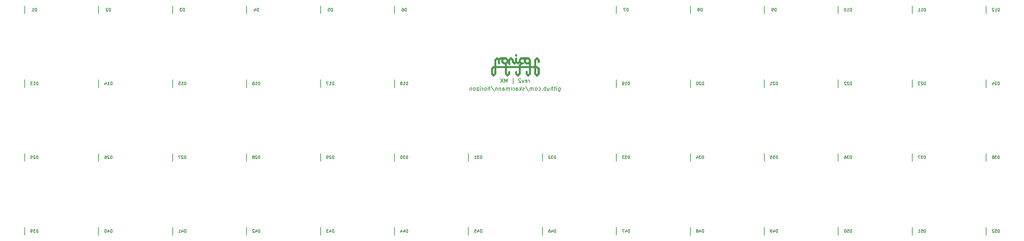
<source format=gbo>
G04 #@! TF.GenerationSoftware,KiCad,Pcbnew,(5.1.4)-1*
G04 #@! TF.CreationDate,2021-09-19T22:58:24-04:00*
G04 #@! TF.ProjectId,horizon-mx,686f7269-7a6f-46e2-9d6d-782e6b696361,rev?*
G04 #@! TF.SameCoordinates,Original*
G04 #@! TF.FileFunction,Legend,Bot*
G04 #@! TF.FilePolarity,Positive*
%FSLAX46Y46*%
G04 Gerber Fmt 4.6, Leading zero omitted, Abs format (unit mm)*
G04 Created by KiCad (PCBNEW (5.1.4)-1) date 2021-09-19 22:58:24*
%MOMM*%
%LPD*%
G04 APERTURE LIST*
%ADD10C,0.150000*%
%ADD11C,0.010000*%
%ADD12C,1.902000*%
%ADD13C,1.852000*%
%ADD14C,2.402000*%
%ADD15C,4.102000*%
%ADD16C,0.802000*%
%ADD17C,4.502000*%
%ADD18R,1.002000X1.302000*%
G04 APERTURE END LIST*
D10*
X220166666Y-129285714D02*
X220166666Y-130095238D01*
X220214285Y-130190476D01*
X220261904Y-130238095D01*
X220357142Y-130285714D01*
X220500000Y-130285714D01*
X220595238Y-130238095D01*
X220166666Y-129904761D02*
X220261904Y-129952380D01*
X220452380Y-129952380D01*
X220547619Y-129904761D01*
X220595238Y-129857142D01*
X220642857Y-129761904D01*
X220642857Y-129476190D01*
X220595238Y-129380952D01*
X220547619Y-129333333D01*
X220452380Y-129285714D01*
X220261904Y-129285714D01*
X220166666Y-129333333D01*
X219690476Y-129952380D02*
X219690476Y-129285714D01*
X219690476Y-128952380D02*
X219738095Y-129000000D01*
X219690476Y-129047619D01*
X219642857Y-129000000D01*
X219690476Y-128952380D01*
X219690476Y-129047619D01*
X219357142Y-129285714D02*
X218976190Y-129285714D01*
X219214285Y-128952380D02*
X219214285Y-129809523D01*
X219166666Y-129904761D01*
X219071428Y-129952380D01*
X218976190Y-129952380D01*
X218642857Y-129952380D02*
X218642857Y-128952380D01*
X218214285Y-129952380D02*
X218214285Y-129428571D01*
X218261904Y-129333333D01*
X218357142Y-129285714D01*
X218500000Y-129285714D01*
X218595238Y-129333333D01*
X218642857Y-129380952D01*
X217309523Y-129285714D02*
X217309523Y-129952380D01*
X217738095Y-129285714D02*
X217738095Y-129809523D01*
X217690476Y-129904761D01*
X217595238Y-129952380D01*
X217452380Y-129952380D01*
X217357142Y-129904761D01*
X217309523Y-129857142D01*
X216833333Y-129952380D02*
X216833333Y-128952380D01*
X216833333Y-129333333D02*
X216738095Y-129285714D01*
X216547619Y-129285714D01*
X216452380Y-129333333D01*
X216404761Y-129380952D01*
X216357142Y-129476190D01*
X216357142Y-129761904D01*
X216404761Y-129857142D01*
X216452380Y-129904761D01*
X216547619Y-129952380D01*
X216738095Y-129952380D01*
X216833333Y-129904761D01*
X215928571Y-129857142D02*
X215880952Y-129904761D01*
X215928571Y-129952380D01*
X215976190Y-129904761D01*
X215928571Y-129857142D01*
X215928571Y-129952380D01*
X215023809Y-129904761D02*
X215119047Y-129952380D01*
X215309523Y-129952380D01*
X215404761Y-129904761D01*
X215452380Y-129857142D01*
X215500000Y-129761904D01*
X215500000Y-129476190D01*
X215452380Y-129380952D01*
X215404761Y-129333333D01*
X215309523Y-129285714D01*
X215119047Y-129285714D01*
X215023809Y-129333333D01*
X214452380Y-129952380D02*
X214547619Y-129904761D01*
X214595238Y-129857142D01*
X214642857Y-129761904D01*
X214642857Y-129476190D01*
X214595238Y-129380952D01*
X214547619Y-129333333D01*
X214452380Y-129285714D01*
X214309523Y-129285714D01*
X214214285Y-129333333D01*
X214166666Y-129380952D01*
X214119047Y-129476190D01*
X214119047Y-129761904D01*
X214166666Y-129857142D01*
X214214285Y-129904761D01*
X214309523Y-129952380D01*
X214452380Y-129952380D01*
X213690476Y-129952380D02*
X213690476Y-129285714D01*
X213690476Y-129380952D02*
X213642857Y-129333333D01*
X213547619Y-129285714D01*
X213404761Y-129285714D01*
X213309523Y-129333333D01*
X213261904Y-129428571D01*
X213261904Y-129952380D01*
X213261904Y-129428571D02*
X213214285Y-129333333D01*
X213119047Y-129285714D01*
X212976190Y-129285714D01*
X212880952Y-129333333D01*
X212833333Y-129428571D01*
X212833333Y-129952380D01*
X211642857Y-128904761D02*
X212500000Y-130190476D01*
X211357142Y-129904761D02*
X211261904Y-129952380D01*
X211071428Y-129952380D01*
X210976190Y-129904761D01*
X210928571Y-129809523D01*
X210928571Y-129761904D01*
X210976190Y-129666666D01*
X211071428Y-129619047D01*
X211214285Y-129619047D01*
X211309523Y-129571428D01*
X211357142Y-129476190D01*
X211357142Y-129428571D01*
X211309523Y-129333333D01*
X211214285Y-129285714D01*
X211071428Y-129285714D01*
X210976190Y-129333333D01*
X210500000Y-129952380D02*
X210500000Y-128952380D01*
X210404761Y-129571428D02*
X210119047Y-129952380D01*
X210119047Y-129285714D02*
X210500000Y-129666666D01*
X209261904Y-129952380D02*
X209261904Y-129428571D01*
X209309523Y-129333333D01*
X209404761Y-129285714D01*
X209595238Y-129285714D01*
X209690476Y-129333333D01*
X209261904Y-129904761D02*
X209357142Y-129952380D01*
X209595238Y-129952380D01*
X209690476Y-129904761D01*
X209738095Y-129809523D01*
X209738095Y-129714285D01*
X209690476Y-129619047D01*
X209595238Y-129571428D01*
X209357142Y-129571428D01*
X209261904Y-129523809D01*
X208785714Y-129952380D02*
X208785714Y-129285714D01*
X208785714Y-129476190D02*
X208738095Y-129380952D01*
X208690476Y-129333333D01*
X208595238Y-129285714D01*
X208500000Y-129285714D01*
X208166666Y-129952380D02*
X208166666Y-129285714D01*
X208166666Y-129476190D02*
X208119047Y-129380952D01*
X208071428Y-129333333D01*
X207976190Y-129285714D01*
X207880952Y-129285714D01*
X207547619Y-129952380D02*
X207547619Y-129285714D01*
X207547619Y-129380952D02*
X207500000Y-129333333D01*
X207404761Y-129285714D01*
X207261904Y-129285714D01*
X207166666Y-129333333D01*
X207119047Y-129428571D01*
X207119047Y-129952380D01*
X207119047Y-129428571D02*
X207071428Y-129333333D01*
X206976190Y-129285714D01*
X206833333Y-129285714D01*
X206738095Y-129333333D01*
X206690476Y-129428571D01*
X206690476Y-129952380D01*
X205785714Y-129952380D02*
X205785714Y-129428571D01*
X205833333Y-129333333D01*
X205928571Y-129285714D01*
X206119047Y-129285714D01*
X206214285Y-129333333D01*
X205785714Y-129904761D02*
X205880952Y-129952380D01*
X206119047Y-129952380D01*
X206214285Y-129904761D01*
X206261904Y-129809523D01*
X206261904Y-129714285D01*
X206214285Y-129619047D01*
X206119047Y-129571428D01*
X205880952Y-129571428D01*
X205785714Y-129523809D01*
X205309523Y-129285714D02*
X205309523Y-129952380D01*
X205309523Y-129380952D02*
X205261904Y-129333333D01*
X205166666Y-129285714D01*
X205023809Y-129285714D01*
X204928571Y-129333333D01*
X204880952Y-129428571D01*
X204880952Y-129952380D01*
X204404761Y-129285714D02*
X204404761Y-129952380D01*
X204404761Y-129380952D02*
X204357142Y-129333333D01*
X204261904Y-129285714D01*
X204119047Y-129285714D01*
X204023809Y-129333333D01*
X203976190Y-129428571D01*
X203976190Y-129952380D01*
X202785714Y-128904761D02*
X203642857Y-130190476D01*
X202452380Y-129952380D02*
X202452380Y-128952380D01*
X202023809Y-129952380D02*
X202023809Y-129428571D01*
X202071428Y-129333333D01*
X202166666Y-129285714D01*
X202309523Y-129285714D01*
X202404761Y-129333333D01*
X202452380Y-129380952D01*
X201404761Y-129952380D02*
X201500000Y-129904761D01*
X201547619Y-129857142D01*
X201595238Y-129761904D01*
X201595238Y-129476190D01*
X201547619Y-129380952D01*
X201500000Y-129333333D01*
X201404761Y-129285714D01*
X201261904Y-129285714D01*
X201166666Y-129333333D01*
X201119047Y-129380952D01*
X201071428Y-129476190D01*
X201071428Y-129761904D01*
X201119047Y-129857142D01*
X201166666Y-129904761D01*
X201261904Y-129952380D01*
X201404761Y-129952380D01*
X200642857Y-129952380D02*
X200642857Y-129285714D01*
X200642857Y-129476190D02*
X200595238Y-129380952D01*
X200547619Y-129333333D01*
X200452380Y-129285714D01*
X200357142Y-129285714D01*
X200023809Y-129952380D02*
X200023809Y-129285714D01*
X200023809Y-128952380D02*
X200071428Y-129000000D01*
X200023809Y-129047619D01*
X199976190Y-129000000D01*
X200023809Y-128952380D01*
X200023809Y-129047619D01*
X199642857Y-129285714D02*
X199119047Y-129285714D01*
X199642857Y-129952380D01*
X199119047Y-129952380D01*
X198595238Y-129952380D02*
X198690476Y-129904761D01*
X198738095Y-129857142D01*
X198785714Y-129761904D01*
X198785714Y-129476190D01*
X198738095Y-129380952D01*
X198690476Y-129333333D01*
X198595238Y-129285714D01*
X198452380Y-129285714D01*
X198357142Y-129333333D01*
X198309523Y-129380952D01*
X198261904Y-129476190D01*
X198261904Y-129761904D01*
X198309523Y-129857142D01*
X198357142Y-129904761D01*
X198452380Y-129952380D01*
X198595238Y-129952380D01*
X197833333Y-129285714D02*
X197833333Y-129952380D01*
X197833333Y-129380952D02*
X197785714Y-129333333D01*
X197690476Y-129285714D01*
X197547619Y-129285714D01*
X197452380Y-129333333D01*
X197404761Y-129428571D01*
X197404761Y-129952380D01*
X212642857Y-127952380D02*
X212642857Y-127285714D01*
X212642857Y-127476190D02*
X212595238Y-127380952D01*
X212547619Y-127333333D01*
X212452380Y-127285714D01*
X212357142Y-127285714D01*
X211642857Y-127904761D02*
X211738095Y-127952380D01*
X211928571Y-127952380D01*
X212023809Y-127904761D01*
X212071428Y-127809523D01*
X212071428Y-127428571D01*
X212023809Y-127333333D01*
X211928571Y-127285714D01*
X211738095Y-127285714D01*
X211642857Y-127333333D01*
X211595238Y-127428571D01*
X211595238Y-127523809D01*
X212071428Y-127619047D01*
X211261904Y-127285714D02*
X211023809Y-127952380D01*
X210785714Y-127285714D01*
X210452380Y-127047619D02*
X210404761Y-127000000D01*
X210309523Y-126952380D01*
X210071428Y-126952380D01*
X209976190Y-127000000D01*
X209928571Y-127047619D01*
X209880952Y-127142857D01*
X209880952Y-127238095D01*
X209928571Y-127380952D01*
X210500000Y-127952380D01*
X209880952Y-127952380D01*
X208452380Y-128285714D02*
X208452380Y-126857142D01*
X206976190Y-127952380D02*
X206976190Y-126952380D01*
X206642857Y-127666666D01*
X206309523Y-126952380D01*
X206309523Y-127952380D01*
X205928571Y-126952380D02*
X205261904Y-127952380D01*
X205261904Y-126952380D02*
X205928571Y-127952380D01*
D11*
G36*
X214222169Y-121695895D02*
G01*
X213888794Y-122029269D01*
X213888794Y-123676389D01*
X213000500Y-123676389D01*
X213000500Y-123102422D01*
X212555294Y-123102422D01*
X212555294Y-123676389D01*
X210333500Y-123676389D01*
X210333500Y-123546215D01*
X210490309Y-123389405D01*
X210647118Y-123232594D01*
X210823503Y-123232595D01*
X210999887Y-123232595D01*
X211111195Y-123121295D01*
X211222502Y-123009996D01*
X211222501Y-123009994D01*
X210241071Y-123009994D01*
X210065036Y-123186028D01*
X209889000Y-123362063D01*
X209889000Y-123676389D01*
X206778206Y-123676389D01*
X206778206Y-123232595D01*
X206333000Y-123232595D01*
X206333000Y-123676389D01*
X204111206Y-123676389D01*
X204111206Y-122212712D01*
X204193579Y-122130515D01*
X204203118Y-122120997D01*
X204212714Y-122111424D01*
X204222290Y-122101872D01*
X204231764Y-122092423D01*
X204241059Y-122083154D01*
X204250096Y-122074144D01*
X204258793Y-122065473D01*
X204267074Y-122057220D01*
X204274857Y-122049463D01*
X204282065Y-122042282D01*
X204288617Y-122035756D01*
X204294435Y-122029963D01*
X204299439Y-122024983D01*
X204303550Y-122020894D01*
X204304705Y-122019745D01*
X204333458Y-121991174D01*
X204555706Y-122213418D01*
X204555706Y-123009993D01*
X204666831Y-123121117D01*
X204777956Y-123232240D01*
X204889081Y-123121117D01*
X205000206Y-123009993D01*
X205000206Y-122212715D01*
X205313824Y-121899095D01*
X205443998Y-121899094D01*
X205574172Y-121899094D01*
X205444000Y-122029272D01*
X205444000Y-122657213D01*
X206019380Y-123232595D01*
X206333000Y-123232595D01*
X206778206Y-123232595D01*
X206778206Y-123101716D01*
X207000102Y-122879816D01*
X207333301Y-123213015D01*
X207666500Y-123546213D01*
X207666500Y-122213418D01*
X207667205Y-122212713D01*
X206777500Y-122212713D01*
X206777500Y-122473768D01*
X206620691Y-122630579D01*
X206463882Y-122787389D01*
X206202826Y-122787389D01*
X205889206Y-122473771D01*
X205889206Y-122212715D01*
X206046015Y-122055905D01*
X206202824Y-121899094D01*
X206333352Y-121899095D01*
X206463879Y-121899095D01*
X206620690Y-122055904D01*
X206777500Y-122212713D01*
X207667205Y-122212713D01*
X207777625Y-122102294D01*
X207888750Y-121991171D01*
X207999875Y-122102295D01*
X208111000Y-122213418D01*
X208111000Y-122657215D01*
X208444346Y-122990560D01*
X208462545Y-123008758D01*
X208480497Y-123026707D01*
X208498177Y-123044382D01*
X208515559Y-123061757D01*
X208532617Y-123078806D01*
X208549324Y-123095503D01*
X208565656Y-123111823D01*
X208581586Y-123127739D01*
X208597088Y-123143226D01*
X208612137Y-123158258D01*
X208626706Y-123172809D01*
X208640770Y-123186854D01*
X208654304Y-123200365D01*
X208667280Y-123213319D01*
X208679673Y-123225689D01*
X208691458Y-123237448D01*
X208702608Y-123248572D01*
X208713097Y-123259034D01*
X208722901Y-123268809D01*
X208731992Y-123277871D01*
X208740345Y-123286193D01*
X208747934Y-123293751D01*
X208754733Y-123300518D01*
X208760717Y-123306469D01*
X208765859Y-123311577D01*
X208770134Y-123315818D01*
X208773516Y-123319164D01*
X208775978Y-123321591D01*
X208777496Y-123323072D01*
X208778042Y-123323582D01*
X208778044Y-123323582D01*
X208778561Y-123323066D01*
X208780045Y-123321585D01*
X208782462Y-123319169D01*
X208785783Y-123315851D01*
X208789974Y-123311662D01*
X208795005Y-123306634D01*
X208800842Y-123300799D01*
X208807456Y-123294188D01*
X208814813Y-123286834D01*
X208822882Y-123278767D01*
X208831632Y-123270020D01*
X208841030Y-123260625D01*
X208851046Y-123250612D01*
X208861646Y-123240015D01*
X208872799Y-123228864D01*
X208884475Y-123217192D01*
X208896640Y-123205029D01*
X208909263Y-123192409D01*
X208922312Y-123179362D01*
X208935756Y-123165921D01*
X208949563Y-123152117D01*
X208963701Y-123137981D01*
X208978138Y-123123547D01*
X208992843Y-123108844D01*
X209000149Y-123101540D01*
X209221902Y-122879821D01*
X209666396Y-123324317D01*
X209888648Y-123102066D01*
X210110899Y-122879816D01*
X210241071Y-123009994D01*
X211222501Y-123009994D01*
X211111201Y-122898692D01*
X210999899Y-122787389D01*
X210647121Y-122787389D01*
X210490310Y-122630580D01*
X210333500Y-122473771D01*
X210333500Y-122212599D01*
X210490437Y-122055847D01*
X210647374Y-121899094D01*
X211351959Y-121899094D01*
X211286877Y-121964191D01*
X211221794Y-122029287D01*
X211221794Y-122657213D01*
X211797174Y-123232595D01*
X212425117Y-123232595D01*
X212490206Y-123167508D01*
X212555294Y-123102422D01*
X213000500Y-123102422D01*
X213000500Y-122212713D01*
X212555294Y-122212713D01*
X212555294Y-122473768D01*
X212398485Y-122630579D01*
X212241676Y-122787389D01*
X211980621Y-122787389D01*
X211823810Y-122630580D01*
X211667000Y-122473771D01*
X211667000Y-122212715D01*
X211823809Y-122055905D01*
X211980618Y-121899094D01*
X212111146Y-121899095D01*
X212241674Y-121899095D01*
X212555294Y-122212713D01*
X213000500Y-122212713D01*
X213000500Y-122029274D01*
X212713164Y-121741934D01*
X212425827Y-121454595D01*
X211444398Y-121454595D01*
X210462969Y-121454594D01*
X210175984Y-121741580D01*
X209889000Y-122028565D01*
X209889000Y-122473066D01*
X209777698Y-122584366D01*
X209666396Y-122695667D01*
X209555448Y-122584717D01*
X209444500Y-122473768D01*
X209444500Y-121676490D01*
X209333375Y-121565367D01*
X209222250Y-121454243D01*
X209111125Y-121565367D01*
X209000000Y-121676490D01*
X209000000Y-122473066D01*
X208777750Y-122695312D01*
X208555500Y-122473066D01*
X208555500Y-122029264D01*
X208222448Y-121696245D01*
X208204255Y-121678053D01*
X208186308Y-121660108D01*
X208168634Y-121642436D01*
X208151258Y-121625062D01*
X208134206Y-121608013D01*
X208117505Y-121591314D01*
X208101180Y-121574991D01*
X208085257Y-121559070D01*
X208069761Y-121543576D01*
X208054720Y-121528537D01*
X208040158Y-121513977D01*
X208026101Y-121499923D01*
X208012576Y-121486400D01*
X207999609Y-121473435D01*
X207987224Y-121461052D01*
X207975449Y-121449279D01*
X207964308Y-121438141D01*
X207953828Y-121427663D01*
X207944036Y-121417873D01*
X207934955Y-121408795D01*
X207926614Y-121400455D01*
X207919036Y-121392880D01*
X207912249Y-121386095D01*
X207906279Y-121380126D01*
X207901150Y-121374999D01*
X207896889Y-121370741D01*
X207893522Y-121367376D01*
X207891075Y-121364930D01*
X207889574Y-121363430D01*
X207889044Y-121362902D01*
X207888530Y-121363379D01*
X207887044Y-121364828D01*
X207884613Y-121367223D01*
X207881262Y-121370540D01*
X207877016Y-121374750D01*
X207871903Y-121379830D01*
X207865947Y-121385753D01*
X207859174Y-121392493D01*
X207851611Y-121400025D01*
X207843283Y-121408322D01*
X207834217Y-121417359D01*
X207824437Y-121427110D01*
X207813971Y-121437549D01*
X207802843Y-121448651D01*
X207791080Y-121460389D01*
X207778707Y-121472737D01*
X207765751Y-121485671D01*
X207752237Y-121499164D01*
X207738192Y-121513190D01*
X207723640Y-121527723D01*
X207708608Y-121542738D01*
X207693122Y-121558208D01*
X207677208Y-121574109D01*
X207660891Y-121590414D01*
X207644198Y-121607097D01*
X207627153Y-121624132D01*
X207609785Y-121641494D01*
X207592117Y-121659157D01*
X207574176Y-121677095D01*
X207555987Y-121695282D01*
X207555522Y-121695748D01*
X207222352Y-122028917D01*
X206935192Y-121741756D01*
X206648031Y-121454595D01*
X205888853Y-121454594D01*
X205129674Y-121454594D01*
X204953639Y-121630631D01*
X204777604Y-121806667D01*
X204555706Y-121584770D01*
X204540876Y-121569941D01*
X204526297Y-121555367D01*
X204511999Y-121541077D01*
X204498016Y-121527105D01*
X204484379Y-121513481D01*
X204471119Y-121500237D01*
X204458269Y-121487405D01*
X204445860Y-121475017D01*
X204433924Y-121463104D01*
X204422492Y-121451698D01*
X204411597Y-121440831D01*
X204401270Y-121430534D01*
X204391544Y-121420839D01*
X204382449Y-121411778D01*
X204374018Y-121403383D01*
X204366283Y-121395684D01*
X204359275Y-121388715D01*
X204353026Y-121382505D01*
X204347567Y-121377089D01*
X204342932Y-121372496D01*
X204339151Y-121368758D01*
X204336256Y-121365908D01*
X204334279Y-121363977D01*
X204333251Y-121362996D01*
X204333104Y-121362872D01*
X204332571Y-121363367D01*
X204331066Y-121364834D01*
X204328615Y-121367247D01*
X204325245Y-121370581D01*
X204320981Y-121374809D01*
X204315849Y-121379906D01*
X204309874Y-121385845D01*
X204303084Y-121392602D01*
X204295504Y-121400150D01*
X204287159Y-121408463D01*
X204278076Y-121417515D01*
X204268280Y-121427281D01*
X204257798Y-121437734D01*
X204246655Y-121448849D01*
X204234878Y-121460600D01*
X204222492Y-121472961D01*
X204209524Y-121485907D01*
X204195998Y-121499410D01*
X204181941Y-121513446D01*
X204167380Y-121527988D01*
X204152339Y-121543011D01*
X204136845Y-121558489D01*
X204120924Y-121574396D01*
X204104601Y-121590706D01*
X204087903Y-121607393D01*
X204070856Y-121624431D01*
X204053485Y-121641795D01*
X204035816Y-121659458D01*
X204017876Y-121677395D01*
X203999690Y-121695580D01*
X203999553Y-121695717D01*
X203666706Y-122028563D01*
X203666706Y-123676389D01*
X203352380Y-123676389D01*
X202777706Y-124251065D01*
X202777706Y-125768715D01*
X203444456Y-126435463D01*
X204111206Y-125768715D01*
X204111206Y-124120889D01*
X203666706Y-124120889D01*
X203666706Y-125584562D01*
X203555758Y-125695512D01*
X203545307Y-125705961D01*
X203535121Y-125716143D01*
X203525242Y-125726014D01*
X203515718Y-125735529D01*
X203506591Y-125744642D01*
X203497909Y-125753310D01*
X203489714Y-125761487D01*
X203482053Y-125769128D01*
X203474970Y-125776189D01*
X203468510Y-125782625D01*
X203462719Y-125788391D01*
X203457641Y-125793443D01*
X203453321Y-125797734D01*
X203449804Y-125801222D01*
X203447134Y-125803860D01*
X203445358Y-125805604D01*
X203444520Y-125806409D01*
X203444457Y-125806461D01*
X203443932Y-125805970D01*
X203442455Y-125804525D01*
X203440070Y-125802171D01*
X203436823Y-125798954D01*
X203432758Y-125794918D01*
X203427920Y-125790108D01*
X203422354Y-125784568D01*
X203416106Y-125778344D01*
X203409220Y-125771481D01*
X203401741Y-125764023D01*
X203393714Y-125756014D01*
X203385184Y-125747501D01*
X203376197Y-125738527D01*
X203366796Y-125729137D01*
X203357027Y-125719377D01*
X203346935Y-125709290D01*
X203336565Y-125698923D01*
X203333155Y-125695513D01*
X203222206Y-125584566D01*
X203222206Y-124435215D01*
X203379368Y-124278052D01*
X203536529Y-124120889D01*
X203666706Y-124120889D01*
X204111206Y-124120889D01*
X206333000Y-124120889D01*
X206333000Y-125768009D01*
X206666552Y-126101560D01*
X207000103Y-126435111D01*
X207333302Y-126101912D01*
X207666500Y-125768713D01*
X207666500Y-125121012D01*
X207444250Y-124898766D01*
X207222000Y-125121012D01*
X207222000Y-125584566D01*
X207111051Y-125695513D01*
X207000101Y-125806461D01*
X206889153Y-125695512D01*
X206778206Y-125584562D01*
X206778206Y-124120889D01*
X209889000Y-124120889D01*
X209889037Y-124852726D01*
X209889073Y-125584564D01*
X209777750Y-125695527D01*
X209666428Y-125806490D01*
X209444500Y-125584566D01*
X209444500Y-125121012D01*
X209222250Y-124898766D01*
X209000000Y-125121012D01*
X209000000Y-125768715D01*
X209666750Y-126435463D01*
X210333500Y-125768715D01*
X210333500Y-124120889D01*
X212555294Y-124120889D01*
X212555294Y-125584566D01*
X212444345Y-125695513D01*
X212333396Y-125806461D01*
X212222448Y-125695512D01*
X212111500Y-125584562D01*
X212111500Y-125121016D01*
X212000552Y-125010066D01*
X211990099Y-124999615D01*
X211979905Y-124989431D01*
X211970018Y-124979559D01*
X211960482Y-124970043D01*
X211951341Y-124960928D01*
X211942642Y-124952259D01*
X211934429Y-124944081D01*
X211926747Y-124936439D01*
X211919642Y-124929378D01*
X211913158Y-124922942D01*
X211907342Y-124917176D01*
X211902237Y-124912125D01*
X211897889Y-124907834D01*
X211894343Y-124904349D01*
X211891645Y-124901712D01*
X211889839Y-124899970D01*
X211888970Y-124899168D01*
X211888897Y-124899117D01*
X211888339Y-124899609D01*
X211886829Y-124901054D01*
X211884411Y-124903408D01*
X211881132Y-124906627D01*
X211877037Y-124910664D01*
X211872170Y-124915476D01*
X211866576Y-124921017D01*
X211860302Y-124927243D01*
X211853391Y-124934109D01*
X211845890Y-124941570D01*
X211837842Y-124949581D01*
X211829294Y-124958097D01*
X211820290Y-124967074D01*
X211810875Y-124976466D01*
X211801096Y-124986229D01*
X211790996Y-124996318D01*
X211780621Y-125006688D01*
X211777242Y-125010066D01*
X211666294Y-125121016D01*
X211666294Y-125768009D01*
X212333398Y-126435111D01*
X212666949Y-126101559D01*
X213000500Y-125768008D01*
X213000500Y-124120889D01*
X213888794Y-124120889D01*
X213888794Y-125768715D01*
X214221993Y-126101913D01*
X214240189Y-126120108D01*
X214258139Y-126138056D01*
X214275816Y-126155730D01*
X214293194Y-126173105D01*
X214310248Y-126190155D01*
X214326953Y-126206854D01*
X214343281Y-126223176D01*
X214359207Y-126239095D01*
X214374706Y-126254586D01*
X214389751Y-126269622D01*
X214404317Y-126284178D01*
X214418377Y-126298228D01*
X214431906Y-126311746D01*
X214444878Y-126324706D01*
X214457267Y-126337083D01*
X214469047Y-126348849D01*
X214480192Y-126359981D01*
X214490677Y-126370451D01*
X214500475Y-126380235D01*
X214509561Y-126389305D01*
X214517908Y-126397637D01*
X214525492Y-126405203D01*
X214532285Y-126411980D01*
X214538262Y-126417940D01*
X214543398Y-126423058D01*
X214547666Y-126427308D01*
X214551041Y-126430664D01*
X214553496Y-126433101D01*
X214555006Y-126434591D01*
X214555544Y-126435111D01*
X214555545Y-126435111D01*
X214556059Y-126434617D01*
X214557545Y-126433150D01*
X214559976Y-126430737D01*
X214563328Y-126427404D01*
X214567574Y-126423176D01*
X214572688Y-126418079D01*
X214578645Y-126412140D01*
X214585418Y-126405383D01*
X214592982Y-126397836D01*
X214601310Y-126389523D01*
X214610378Y-126380471D01*
X214620158Y-126370706D01*
X214630626Y-126360252D01*
X214641755Y-126349137D01*
X214653519Y-126337386D01*
X214665893Y-126325024D01*
X214678851Y-126312078D01*
X214692366Y-126298574D01*
X214706413Y-126284537D01*
X214720967Y-126269994D01*
X214736000Y-126254969D01*
X214751488Y-126239489D01*
X214767404Y-126223581D01*
X214783722Y-126207268D01*
X214800417Y-126190579D01*
X214817463Y-126173537D01*
X214834834Y-126156170D01*
X214852503Y-126138503D01*
X214870446Y-126120562D01*
X214889096Y-126101912D01*
X215222294Y-125768713D01*
X215222294Y-124435213D01*
X214777795Y-124435213D01*
X214777794Y-125009888D01*
X214777794Y-125584562D01*
X214666847Y-125695512D01*
X214656396Y-125705961D01*
X214646210Y-125716143D01*
X214636331Y-125726014D01*
X214626807Y-125735529D01*
X214617680Y-125744642D01*
X214608997Y-125753310D01*
X214600803Y-125761487D01*
X214593142Y-125769128D01*
X214586059Y-125776189D01*
X214579599Y-125782625D01*
X214573808Y-125788391D01*
X214568730Y-125793443D01*
X214564410Y-125797734D01*
X214560892Y-125801222D01*
X214558223Y-125803860D01*
X214556447Y-125805604D01*
X214555609Y-125806409D01*
X214555546Y-125806461D01*
X214555021Y-125805970D01*
X214553544Y-125804525D01*
X214551159Y-125802171D01*
X214547912Y-125798954D01*
X214543847Y-125794918D01*
X214539009Y-125790108D01*
X214533443Y-125784568D01*
X214527195Y-125778344D01*
X214520309Y-125771481D01*
X214512830Y-125764023D01*
X214504803Y-125756014D01*
X214496273Y-125747501D01*
X214487286Y-125738527D01*
X214477885Y-125729137D01*
X214468116Y-125719377D01*
X214458024Y-125709290D01*
X214447654Y-125698923D01*
X214444244Y-125695513D01*
X214333294Y-125584566D01*
X214333294Y-124120889D01*
X214463468Y-124120889D01*
X214620631Y-124278051D01*
X214777795Y-124435213D01*
X215222294Y-124435213D01*
X215222294Y-124251063D01*
X214934957Y-123963726D01*
X214647619Y-123676389D01*
X214333294Y-123676389D01*
X214333294Y-122213418D01*
X214444419Y-122102295D01*
X214555544Y-121991171D01*
X214666669Y-122102294D01*
X214777794Y-122213418D01*
X214777794Y-122676971D01*
X214888919Y-122788095D01*
X215000044Y-122899218D01*
X215111169Y-122788095D01*
X215222294Y-122676971D01*
X215222294Y-122029269D01*
X214888919Y-121695895D01*
X214555545Y-121362520D01*
X214222169Y-121695895D01*
X214222169Y-121695895D01*
G37*
X214222169Y-121695895D02*
X213888794Y-122029269D01*
X213888794Y-123676389D01*
X213000500Y-123676389D01*
X213000500Y-123102422D01*
X212555294Y-123102422D01*
X212555294Y-123676389D01*
X210333500Y-123676389D01*
X210333500Y-123546215D01*
X210490309Y-123389405D01*
X210647118Y-123232594D01*
X210823503Y-123232595D01*
X210999887Y-123232595D01*
X211111195Y-123121295D01*
X211222502Y-123009996D01*
X211222501Y-123009994D01*
X210241071Y-123009994D01*
X210065036Y-123186028D01*
X209889000Y-123362063D01*
X209889000Y-123676389D01*
X206778206Y-123676389D01*
X206778206Y-123232595D01*
X206333000Y-123232595D01*
X206333000Y-123676389D01*
X204111206Y-123676389D01*
X204111206Y-122212712D01*
X204193579Y-122130515D01*
X204203118Y-122120997D01*
X204212714Y-122111424D01*
X204222290Y-122101872D01*
X204231764Y-122092423D01*
X204241059Y-122083154D01*
X204250096Y-122074144D01*
X204258793Y-122065473D01*
X204267074Y-122057220D01*
X204274857Y-122049463D01*
X204282065Y-122042282D01*
X204288617Y-122035756D01*
X204294435Y-122029963D01*
X204299439Y-122024983D01*
X204303550Y-122020894D01*
X204304705Y-122019745D01*
X204333458Y-121991174D01*
X204555706Y-122213418D01*
X204555706Y-123009993D01*
X204666831Y-123121117D01*
X204777956Y-123232240D01*
X204889081Y-123121117D01*
X205000206Y-123009993D01*
X205000206Y-122212715D01*
X205313824Y-121899095D01*
X205443998Y-121899094D01*
X205574172Y-121899094D01*
X205444000Y-122029272D01*
X205444000Y-122657213D01*
X206019380Y-123232595D01*
X206333000Y-123232595D01*
X206778206Y-123232595D01*
X206778206Y-123101716D01*
X207000102Y-122879816D01*
X207333301Y-123213015D01*
X207666500Y-123546213D01*
X207666500Y-122213418D01*
X207667205Y-122212713D01*
X206777500Y-122212713D01*
X206777500Y-122473768D01*
X206620691Y-122630579D01*
X206463882Y-122787389D01*
X206202826Y-122787389D01*
X205889206Y-122473771D01*
X205889206Y-122212715D01*
X206046015Y-122055905D01*
X206202824Y-121899094D01*
X206333352Y-121899095D01*
X206463879Y-121899095D01*
X206620690Y-122055904D01*
X206777500Y-122212713D01*
X207667205Y-122212713D01*
X207777625Y-122102294D01*
X207888750Y-121991171D01*
X207999875Y-122102295D01*
X208111000Y-122213418D01*
X208111000Y-122657215D01*
X208444346Y-122990560D01*
X208462545Y-123008758D01*
X208480497Y-123026707D01*
X208498177Y-123044382D01*
X208515559Y-123061757D01*
X208532617Y-123078806D01*
X208549324Y-123095503D01*
X208565656Y-123111823D01*
X208581586Y-123127739D01*
X208597088Y-123143226D01*
X208612137Y-123158258D01*
X208626706Y-123172809D01*
X208640770Y-123186854D01*
X208654304Y-123200365D01*
X208667280Y-123213319D01*
X208679673Y-123225689D01*
X208691458Y-123237448D01*
X208702608Y-123248572D01*
X208713097Y-123259034D01*
X208722901Y-123268809D01*
X208731992Y-123277871D01*
X208740345Y-123286193D01*
X208747934Y-123293751D01*
X208754733Y-123300518D01*
X208760717Y-123306469D01*
X208765859Y-123311577D01*
X208770134Y-123315818D01*
X208773516Y-123319164D01*
X208775978Y-123321591D01*
X208777496Y-123323072D01*
X208778042Y-123323582D01*
X208778044Y-123323582D01*
X208778561Y-123323066D01*
X208780045Y-123321585D01*
X208782462Y-123319169D01*
X208785783Y-123315851D01*
X208789974Y-123311662D01*
X208795005Y-123306634D01*
X208800842Y-123300799D01*
X208807456Y-123294188D01*
X208814813Y-123286834D01*
X208822882Y-123278767D01*
X208831632Y-123270020D01*
X208841030Y-123260625D01*
X208851046Y-123250612D01*
X208861646Y-123240015D01*
X208872799Y-123228864D01*
X208884475Y-123217192D01*
X208896640Y-123205029D01*
X208909263Y-123192409D01*
X208922312Y-123179362D01*
X208935756Y-123165921D01*
X208949563Y-123152117D01*
X208963701Y-123137981D01*
X208978138Y-123123547D01*
X208992843Y-123108844D01*
X209000149Y-123101540D01*
X209221902Y-122879821D01*
X209666396Y-123324317D01*
X209888648Y-123102066D01*
X210110899Y-122879816D01*
X210241071Y-123009994D01*
X211222501Y-123009994D01*
X211111201Y-122898692D01*
X210999899Y-122787389D01*
X210647121Y-122787389D01*
X210490310Y-122630580D01*
X210333500Y-122473771D01*
X210333500Y-122212599D01*
X210490437Y-122055847D01*
X210647374Y-121899094D01*
X211351959Y-121899094D01*
X211286877Y-121964191D01*
X211221794Y-122029287D01*
X211221794Y-122657213D01*
X211797174Y-123232595D01*
X212425117Y-123232595D01*
X212490206Y-123167508D01*
X212555294Y-123102422D01*
X213000500Y-123102422D01*
X213000500Y-122212713D01*
X212555294Y-122212713D01*
X212555294Y-122473768D01*
X212398485Y-122630579D01*
X212241676Y-122787389D01*
X211980621Y-122787389D01*
X211823810Y-122630580D01*
X211667000Y-122473771D01*
X211667000Y-122212715D01*
X211823809Y-122055905D01*
X211980618Y-121899094D01*
X212111146Y-121899095D01*
X212241674Y-121899095D01*
X212555294Y-122212713D01*
X213000500Y-122212713D01*
X213000500Y-122029274D01*
X212713164Y-121741934D01*
X212425827Y-121454595D01*
X211444398Y-121454595D01*
X210462969Y-121454594D01*
X210175984Y-121741580D01*
X209889000Y-122028565D01*
X209889000Y-122473066D01*
X209777698Y-122584366D01*
X209666396Y-122695667D01*
X209555448Y-122584717D01*
X209444500Y-122473768D01*
X209444500Y-121676490D01*
X209333375Y-121565367D01*
X209222250Y-121454243D01*
X209111125Y-121565367D01*
X209000000Y-121676490D01*
X209000000Y-122473066D01*
X208777750Y-122695312D01*
X208555500Y-122473066D01*
X208555500Y-122029264D01*
X208222448Y-121696245D01*
X208204255Y-121678053D01*
X208186308Y-121660108D01*
X208168634Y-121642436D01*
X208151258Y-121625062D01*
X208134206Y-121608013D01*
X208117505Y-121591314D01*
X208101180Y-121574991D01*
X208085257Y-121559070D01*
X208069761Y-121543576D01*
X208054720Y-121528537D01*
X208040158Y-121513977D01*
X208026101Y-121499923D01*
X208012576Y-121486400D01*
X207999609Y-121473435D01*
X207987224Y-121461052D01*
X207975449Y-121449279D01*
X207964308Y-121438141D01*
X207953828Y-121427663D01*
X207944036Y-121417873D01*
X207934955Y-121408795D01*
X207926614Y-121400455D01*
X207919036Y-121392880D01*
X207912249Y-121386095D01*
X207906279Y-121380126D01*
X207901150Y-121374999D01*
X207896889Y-121370741D01*
X207893522Y-121367376D01*
X207891075Y-121364930D01*
X207889574Y-121363430D01*
X207889044Y-121362902D01*
X207888530Y-121363379D01*
X207887044Y-121364828D01*
X207884613Y-121367223D01*
X207881262Y-121370540D01*
X207877016Y-121374750D01*
X207871903Y-121379830D01*
X207865947Y-121385753D01*
X207859174Y-121392493D01*
X207851611Y-121400025D01*
X207843283Y-121408322D01*
X207834217Y-121417359D01*
X207824437Y-121427110D01*
X207813971Y-121437549D01*
X207802843Y-121448651D01*
X207791080Y-121460389D01*
X207778707Y-121472737D01*
X207765751Y-121485671D01*
X207752237Y-121499164D01*
X207738192Y-121513190D01*
X207723640Y-121527723D01*
X207708608Y-121542738D01*
X207693122Y-121558208D01*
X207677208Y-121574109D01*
X207660891Y-121590414D01*
X207644198Y-121607097D01*
X207627153Y-121624132D01*
X207609785Y-121641494D01*
X207592117Y-121659157D01*
X207574176Y-121677095D01*
X207555987Y-121695282D01*
X207555522Y-121695748D01*
X207222352Y-122028917D01*
X206935192Y-121741756D01*
X206648031Y-121454595D01*
X205888853Y-121454594D01*
X205129674Y-121454594D01*
X204953639Y-121630631D01*
X204777604Y-121806667D01*
X204555706Y-121584770D01*
X204540876Y-121569941D01*
X204526297Y-121555367D01*
X204511999Y-121541077D01*
X204498016Y-121527105D01*
X204484379Y-121513481D01*
X204471119Y-121500237D01*
X204458269Y-121487405D01*
X204445860Y-121475017D01*
X204433924Y-121463104D01*
X204422492Y-121451698D01*
X204411597Y-121440831D01*
X204401270Y-121430534D01*
X204391544Y-121420839D01*
X204382449Y-121411778D01*
X204374018Y-121403383D01*
X204366283Y-121395684D01*
X204359275Y-121388715D01*
X204353026Y-121382505D01*
X204347567Y-121377089D01*
X204342932Y-121372496D01*
X204339151Y-121368758D01*
X204336256Y-121365908D01*
X204334279Y-121363977D01*
X204333251Y-121362996D01*
X204333104Y-121362872D01*
X204332571Y-121363367D01*
X204331066Y-121364834D01*
X204328615Y-121367247D01*
X204325245Y-121370581D01*
X204320981Y-121374809D01*
X204315849Y-121379906D01*
X204309874Y-121385845D01*
X204303084Y-121392602D01*
X204295504Y-121400150D01*
X204287159Y-121408463D01*
X204278076Y-121417515D01*
X204268280Y-121427281D01*
X204257798Y-121437734D01*
X204246655Y-121448849D01*
X204234878Y-121460600D01*
X204222492Y-121472961D01*
X204209524Y-121485907D01*
X204195998Y-121499410D01*
X204181941Y-121513446D01*
X204167380Y-121527988D01*
X204152339Y-121543011D01*
X204136845Y-121558489D01*
X204120924Y-121574396D01*
X204104601Y-121590706D01*
X204087903Y-121607393D01*
X204070856Y-121624431D01*
X204053485Y-121641795D01*
X204035816Y-121659458D01*
X204017876Y-121677395D01*
X203999690Y-121695580D01*
X203999553Y-121695717D01*
X203666706Y-122028563D01*
X203666706Y-123676389D01*
X203352380Y-123676389D01*
X202777706Y-124251065D01*
X202777706Y-125768715D01*
X203444456Y-126435463D01*
X204111206Y-125768715D01*
X204111206Y-124120889D01*
X203666706Y-124120889D01*
X203666706Y-125584562D01*
X203555758Y-125695512D01*
X203545307Y-125705961D01*
X203535121Y-125716143D01*
X203525242Y-125726014D01*
X203515718Y-125735529D01*
X203506591Y-125744642D01*
X203497909Y-125753310D01*
X203489714Y-125761487D01*
X203482053Y-125769128D01*
X203474970Y-125776189D01*
X203468510Y-125782625D01*
X203462719Y-125788391D01*
X203457641Y-125793443D01*
X203453321Y-125797734D01*
X203449804Y-125801222D01*
X203447134Y-125803860D01*
X203445358Y-125805604D01*
X203444520Y-125806409D01*
X203444457Y-125806461D01*
X203443932Y-125805970D01*
X203442455Y-125804525D01*
X203440070Y-125802171D01*
X203436823Y-125798954D01*
X203432758Y-125794918D01*
X203427920Y-125790108D01*
X203422354Y-125784568D01*
X203416106Y-125778344D01*
X203409220Y-125771481D01*
X203401741Y-125764023D01*
X203393714Y-125756014D01*
X203385184Y-125747501D01*
X203376197Y-125738527D01*
X203366796Y-125729137D01*
X203357027Y-125719377D01*
X203346935Y-125709290D01*
X203336565Y-125698923D01*
X203333155Y-125695513D01*
X203222206Y-125584566D01*
X203222206Y-124435215D01*
X203379368Y-124278052D01*
X203536529Y-124120889D01*
X203666706Y-124120889D01*
X204111206Y-124120889D01*
X206333000Y-124120889D01*
X206333000Y-125768009D01*
X206666552Y-126101560D01*
X207000103Y-126435111D01*
X207333302Y-126101912D01*
X207666500Y-125768713D01*
X207666500Y-125121012D01*
X207444250Y-124898766D01*
X207222000Y-125121012D01*
X207222000Y-125584566D01*
X207111051Y-125695513D01*
X207000101Y-125806461D01*
X206889153Y-125695512D01*
X206778206Y-125584562D01*
X206778206Y-124120889D01*
X209889000Y-124120889D01*
X209889037Y-124852726D01*
X209889073Y-125584564D01*
X209777750Y-125695527D01*
X209666428Y-125806490D01*
X209444500Y-125584566D01*
X209444500Y-125121012D01*
X209222250Y-124898766D01*
X209000000Y-125121012D01*
X209000000Y-125768715D01*
X209666750Y-126435463D01*
X210333500Y-125768715D01*
X210333500Y-124120889D01*
X212555294Y-124120889D01*
X212555294Y-125584566D01*
X212444345Y-125695513D01*
X212333396Y-125806461D01*
X212222448Y-125695512D01*
X212111500Y-125584562D01*
X212111500Y-125121016D01*
X212000552Y-125010066D01*
X211990099Y-124999615D01*
X211979905Y-124989431D01*
X211970018Y-124979559D01*
X211960482Y-124970043D01*
X211951341Y-124960928D01*
X211942642Y-124952259D01*
X211934429Y-124944081D01*
X211926747Y-124936439D01*
X211919642Y-124929378D01*
X211913158Y-124922942D01*
X211907342Y-124917176D01*
X211902237Y-124912125D01*
X211897889Y-124907834D01*
X211894343Y-124904349D01*
X211891645Y-124901712D01*
X211889839Y-124899970D01*
X211888970Y-124899168D01*
X211888897Y-124899117D01*
X211888339Y-124899609D01*
X211886829Y-124901054D01*
X211884411Y-124903408D01*
X211881132Y-124906627D01*
X211877037Y-124910664D01*
X211872170Y-124915476D01*
X211866576Y-124921017D01*
X211860302Y-124927243D01*
X211853391Y-124934109D01*
X211845890Y-124941570D01*
X211837842Y-124949581D01*
X211829294Y-124958097D01*
X211820290Y-124967074D01*
X211810875Y-124976466D01*
X211801096Y-124986229D01*
X211790996Y-124996318D01*
X211780621Y-125006688D01*
X211777242Y-125010066D01*
X211666294Y-125121016D01*
X211666294Y-125768009D01*
X212333398Y-126435111D01*
X212666949Y-126101559D01*
X213000500Y-125768008D01*
X213000500Y-124120889D01*
X213888794Y-124120889D01*
X213888794Y-125768715D01*
X214221993Y-126101913D01*
X214240189Y-126120108D01*
X214258139Y-126138056D01*
X214275816Y-126155730D01*
X214293194Y-126173105D01*
X214310248Y-126190155D01*
X214326953Y-126206854D01*
X214343281Y-126223176D01*
X214359207Y-126239095D01*
X214374706Y-126254586D01*
X214389751Y-126269622D01*
X214404317Y-126284178D01*
X214418377Y-126298228D01*
X214431906Y-126311746D01*
X214444878Y-126324706D01*
X214457267Y-126337083D01*
X214469047Y-126348849D01*
X214480192Y-126359981D01*
X214490677Y-126370451D01*
X214500475Y-126380235D01*
X214509561Y-126389305D01*
X214517908Y-126397637D01*
X214525492Y-126405203D01*
X214532285Y-126411980D01*
X214538262Y-126417940D01*
X214543398Y-126423058D01*
X214547666Y-126427308D01*
X214551041Y-126430664D01*
X214553496Y-126433101D01*
X214555006Y-126434591D01*
X214555544Y-126435111D01*
X214555545Y-126435111D01*
X214556059Y-126434617D01*
X214557545Y-126433150D01*
X214559976Y-126430737D01*
X214563328Y-126427404D01*
X214567574Y-126423176D01*
X214572688Y-126418079D01*
X214578645Y-126412140D01*
X214585418Y-126405383D01*
X214592982Y-126397836D01*
X214601310Y-126389523D01*
X214610378Y-126380471D01*
X214620158Y-126370706D01*
X214630626Y-126360252D01*
X214641755Y-126349137D01*
X214653519Y-126337386D01*
X214665893Y-126325024D01*
X214678851Y-126312078D01*
X214692366Y-126298574D01*
X214706413Y-126284537D01*
X214720967Y-126269994D01*
X214736000Y-126254969D01*
X214751488Y-126239489D01*
X214767404Y-126223581D01*
X214783722Y-126207268D01*
X214800417Y-126190579D01*
X214817463Y-126173537D01*
X214834834Y-126156170D01*
X214852503Y-126138503D01*
X214870446Y-126120562D01*
X214889096Y-126101912D01*
X215222294Y-125768713D01*
X215222294Y-124435213D01*
X214777795Y-124435213D01*
X214777794Y-125009888D01*
X214777794Y-125584562D01*
X214666847Y-125695512D01*
X214656396Y-125705961D01*
X214646210Y-125716143D01*
X214636331Y-125726014D01*
X214626807Y-125735529D01*
X214617680Y-125744642D01*
X214608997Y-125753310D01*
X214600803Y-125761487D01*
X214593142Y-125769128D01*
X214586059Y-125776189D01*
X214579599Y-125782625D01*
X214573808Y-125788391D01*
X214568730Y-125793443D01*
X214564410Y-125797734D01*
X214560892Y-125801222D01*
X214558223Y-125803860D01*
X214556447Y-125805604D01*
X214555609Y-125806409D01*
X214555546Y-125806461D01*
X214555021Y-125805970D01*
X214553544Y-125804525D01*
X214551159Y-125802171D01*
X214547912Y-125798954D01*
X214543847Y-125794918D01*
X214539009Y-125790108D01*
X214533443Y-125784568D01*
X214527195Y-125778344D01*
X214520309Y-125771481D01*
X214512830Y-125764023D01*
X214504803Y-125756014D01*
X214496273Y-125747501D01*
X214487286Y-125738527D01*
X214477885Y-125729137D01*
X214468116Y-125719377D01*
X214458024Y-125709290D01*
X214447654Y-125698923D01*
X214444244Y-125695513D01*
X214333294Y-125584566D01*
X214333294Y-124120889D01*
X214463468Y-124120889D01*
X214620631Y-124278051D01*
X214777795Y-124435213D01*
X215222294Y-124435213D01*
X215222294Y-124251063D01*
X214934957Y-123963726D01*
X214647619Y-123676389D01*
X214333294Y-123676389D01*
X214333294Y-122213418D01*
X214444419Y-122102295D01*
X214555544Y-121991171D01*
X214666669Y-122102294D01*
X214777794Y-122213418D01*
X214777794Y-122676971D01*
X214888919Y-122788095D01*
X215000044Y-122899218D01*
X215111169Y-122788095D01*
X215222294Y-122676971D01*
X215222294Y-122029269D01*
X214888919Y-121695895D01*
X214555545Y-121362520D01*
X214222169Y-121695895D01*
G36*
X209000000Y-120787490D02*
G01*
X209000000Y-121010449D01*
X209110950Y-121121397D01*
X209221899Y-121232344D01*
X209333200Y-121121042D01*
X209444500Y-121009740D01*
X209444500Y-120787490D01*
X209222250Y-120565244D01*
X209000000Y-120787490D01*
X209000000Y-120787490D01*
G37*
X209000000Y-120787490D02*
X209000000Y-121010449D01*
X209110950Y-121121397D01*
X209221899Y-121232344D01*
X209333200Y-121121042D01*
X209444500Y-121009740D01*
X209444500Y-120787490D01*
X209222250Y-120565244D01*
X209000000Y-120787490D01*
D10*
X330000000Y-167200000D02*
X330000000Y-165200000D01*
X311000000Y-167200000D02*
X311000000Y-165200000D01*
X292000000Y-167200000D02*
X292000000Y-165200000D01*
X273000000Y-167200000D02*
X273000000Y-165200000D01*
X254000000Y-167200000D02*
X254000000Y-165200000D01*
X235000000Y-167200000D02*
X235000000Y-165200000D01*
X216000000Y-167200000D02*
X216000000Y-165200000D01*
X197000000Y-167200000D02*
X197000000Y-165200000D01*
X178000000Y-167200000D02*
X178000000Y-165200000D01*
X159000000Y-167200000D02*
X159000000Y-165200000D01*
X140000000Y-167200000D02*
X140000000Y-165200000D01*
X121000000Y-167200000D02*
X121000000Y-165200000D01*
X102000000Y-167200000D02*
X102000000Y-165200000D01*
X83000000Y-167200000D02*
X83000000Y-165200000D01*
X330000000Y-148200000D02*
X330000000Y-146200000D01*
X311000000Y-148200000D02*
X311000000Y-146200000D01*
X292000000Y-148200000D02*
X292000000Y-146200000D01*
X273000000Y-148200000D02*
X273000000Y-146200000D01*
X254000000Y-148200000D02*
X254000000Y-146200000D01*
X235000000Y-148200000D02*
X235000000Y-146200000D01*
X216000000Y-148200000D02*
X216000000Y-146200000D01*
X197000000Y-148200000D02*
X197000000Y-146200000D01*
X178000000Y-148200000D02*
X178000000Y-146200000D01*
X159000000Y-148200000D02*
X159000000Y-146200000D01*
X140000000Y-148200000D02*
X140000000Y-146200000D01*
X121000000Y-148200000D02*
X121000000Y-146200000D01*
X102000000Y-148200000D02*
X102000000Y-146200000D01*
X83000000Y-148200000D02*
X83000000Y-146200000D01*
X330000000Y-129200000D02*
X330000000Y-127200000D01*
X311000000Y-129200000D02*
X311000000Y-127200000D01*
X292000000Y-129200000D02*
X292000000Y-127200000D01*
X273000000Y-129200000D02*
X273000000Y-127200000D01*
X254000000Y-129200000D02*
X254000000Y-127200000D01*
X235000000Y-129200000D02*
X235000000Y-127200000D01*
X178000000Y-129200000D02*
X178000000Y-127200000D01*
X159000000Y-129200000D02*
X159000000Y-127200000D01*
X140000000Y-129200000D02*
X140000000Y-127200000D01*
X121000000Y-129200000D02*
X121000000Y-127200000D01*
X102000000Y-129200000D02*
X102000000Y-127200000D01*
X83000000Y-129200000D02*
X83000000Y-127200000D01*
X330000000Y-110200000D02*
X330000000Y-108200000D01*
X311000000Y-110200000D02*
X311000000Y-108200000D01*
X292000000Y-110200000D02*
X292000000Y-108200000D01*
X273000000Y-110200000D02*
X273000000Y-108200000D01*
X254000000Y-110200000D02*
X254000000Y-108200000D01*
X235000000Y-110200000D02*
X235000000Y-108200000D01*
X178000000Y-110200000D02*
X178000000Y-108200000D01*
X159000000Y-110200000D02*
X159000000Y-108200000D01*
X140000000Y-110200000D02*
X140000000Y-108200000D01*
X121000000Y-110200000D02*
X121000000Y-108200000D01*
X102000000Y-110200000D02*
X102000000Y-108200000D01*
X83000000Y-110200000D02*
X83000000Y-108200000D01*
X333410714Y-166539285D02*
X333410714Y-165789285D01*
X333232142Y-165789285D01*
X333125000Y-165825000D01*
X333053571Y-165896428D01*
X333017857Y-165967857D01*
X332982142Y-166110714D01*
X332982142Y-166217857D01*
X333017857Y-166360714D01*
X333053571Y-166432142D01*
X333125000Y-166503571D01*
X333232142Y-166539285D01*
X333410714Y-166539285D01*
X332303571Y-165789285D02*
X332660714Y-165789285D01*
X332696428Y-166146428D01*
X332660714Y-166110714D01*
X332589285Y-166075000D01*
X332410714Y-166075000D01*
X332339285Y-166110714D01*
X332303571Y-166146428D01*
X332267857Y-166217857D01*
X332267857Y-166396428D01*
X332303571Y-166467857D01*
X332339285Y-166503571D01*
X332410714Y-166539285D01*
X332589285Y-166539285D01*
X332660714Y-166503571D01*
X332696428Y-166467857D01*
X331982142Y-165860714D02*
X331946428Y-165825000D01*
X331875000Y-165789285D01*
X331696428Y-165789285D01*
X331625000Y-165825000D01*
X331589285Y-165860714D01*
X331553571Y-165932142D01*
X331553571Y-166003571D01*
X331589285Y-166110714D01*
X332017857Y-166539285D01*
X331553571Y-166539285D01*
X314410714Y-166539285D02*
X314410714Y-165789285D01*
X314232142Y-165789285D01*
X314125000Y-165825000D01*
X314053571Y-165896428D01*
X314017857Y-165967857D01*
X313982142Y-166110714D01*
X313982142Y-166217857D01*
X314017857Y-166360714D01*
X314053571Y-166432142D01*
X314125000Y-166503571D01*
X314232142Y-166539285D01*
X314410714Y-166539285D01*
X313303571Y-165789285D02*
X313660714Y-165789285D01*
X313696428Y-166146428D01*
X313660714Y-166110714D01*
X313589285Y-166075000D01*
X313410714Y-166075000D01*
X313339285Y-166110714D01*
X313303571Y-166146428D01*
X313267857Y-166217857D01*
X313267857Y-166396428D01*
X313303571Y-166467857D01*
X313339285Y-166503571D01*
X313410714Y-166539285D01*
X313589285Y-166539285D01*
X313660714Y-166503571D01*
X313696428Y-166467857D01*
X312553571Y-166539285D02*
X312982142Y-166539285D01*
X312767857Y-166539285D02*
X312767857Y-165789285D01*
X312839285Y-165896428D01*
X312910714Y-165967857D01*
X312982142Y-166003571D01*
X295410714Y-166539285D02*
X295410714Y-165789285D01*
X295232142Y-165789285D01*
X295125000Y-165825000D01*
X295053571Y-165896428D01*
X295017857Y-165967857D01*
X294982142Y-166110714D01*
X294982142Y-166217857D01*
X295017857Y-166360714D01*
X295053571Y-166432142D01*
X295125000Y-166503571D01*
X295232142Y-166539285D01*
X295410714Y-166539285D01*
X294303571Y-165789285D02*
X294660714Y-165789285D01*
X294696428Y-166146428D01*
X294660714Y-166110714D01*
X294589285Y-166075000D01*
X294410714Y-166075000D01*
X294339285Y-166110714D01*
X294303571Y-166146428D01*
X294267857Y-166217857D01*
X294267857Y-166396428D01*
X294303571Y-166467857D01*
X294339285Y-166503571D01*
X294410714Y-166539285D01*
X294589285Y-166539285D01*
X294660714Y-166503571D01*
X294696428Y-166467857D01*
X293803571Y-165789285D02*
X293732142Y-165789285D01*
X293660714Y-165825000D01*
X293625000Y-165860714D01*
X293589285Y-165932142D01*
X293553571Y-166075000D01*
X293553571Y-166253571D01*
X293589285Y-166396428D01*
X293625000Y-166467857D01*
X293660714Y-166503571D01*
X293732142Y-166539285D01*
X293803571Y-166539285D01*
X293875000Y-166503571D01*
X293910714Y-166467857D01*
X293946428Y-166396428D01*
X293982142Y-166253571D01*
X293982142Y-166075000D01*
X293946428Y-165932142D01*
X293910714Y-165860714D01*
X293875000Y-165825000D01*
X293803571Y-165789285D01*
X276410714Y-166539285D02*
X276410714Y-165789285D01*
X276232142Y-165789285D01*
X276125000Y-165825000D01*
X276053571Y-165896428D01*
X276017857Y-165967857D01*
X275982142Y-166110714D01*
X275982142Y-166217857D01*
X276017857Y-166360714D01*
X276053571Y-166432142D01*
X276125000Y-166503571D01*
X276232142Y-166539285D01*
X276410714Y-166539285D01*
X275339285Y-166039285D02*
X275339285Y-166539285D01*
X275517857Y-165753571D02*
X275696428Y-166289285D01*
X275232142Y-166289285D01*
X274910714Y-166539285D02*
X274767857Y-166539285D01*
X274696428Y-166503571D01*
X274660714Y-166467857D01*
X274589285Y-166360714D01*
X274553571Y-166217857D01*
X274553571Y-165932142D01*
X274589285Y-165860714D01*
X274625000Y-165825000D01*
X274696428Y-165789285D01*
X274839285Y-165789285D01*
X274910714Y-165825000D01*
X274946428Y-165860714D01*
X274982142Y-165932142D01*
X274982142Y-166110714D01*
X274946428Y-166182142D01*
X274910714Y-166217857D01*
X274839285Y-166253571D01*
X274696428Y-166253571D01*
X274625000Y-166217857D01*
X274589285Y-166182142D01*
X274553571Y-166110714D01*
X257410714Y-166539285D02*
X257410714Y-165789285D01*
X257232142Y-165789285D01*
X257125000Y-165825000D01*
X257053571Y-165896428D01*
X257017857Y-165967857D01*
X256982142Y-166110714D01*
X256982142Y-166217857D01*
X257017857Y-166360714D01*
X257053571Y-166432142D01*
X257125000Y-166503571D01*
X257232142Y-166539285D01*
X257410714Y-166539285D01*
X256339285Y-166039285D02*
X256339285Y-166539285D01*
X256517857Y-165753571D02*
X256696428Y-166289285D01*
X256232142Y-166289285D01*
X255839285Y-166110714D02*
X255910714Y-166075000D01*
X255946428Y-166039285D01*
X255982142Y-165967857D01*
X255982142Y-165932142D01*
X255946428Y-165860714D01*
X255910714Y-165825000D01*
X255839285Y-165789285D01*
X255696428Y-165789285D01*
X255625000Y-165825000D01*
X255589285Y-165860714D01*
X255553571Y-165932142D01*
X255553571Y-165967857D01*
X255589285Y-166039285D01*
X255625000Y-166075000D01*
X255696428Y-166110714D01*
X255839285Y-166110714D01*
X255910714Y-166146428D01*
X255946428Y-166182142D01*
X255982142Y-166253571D01*
X255982142Y-166396428D01*
X255946428Y-166467857D01*
X255910714Y-166503571D01*
X255839285Y-166539285D01*
X255696428Y-166539285D01*
X255625000Y-166503571D01*
X255589285Y-166467857D01*
X255553571Y-166396428D01*
X255553571Y-166253571D01*
X255589285Y-166182142D01*
X255625000Y-166146428D01*
X255696428Y-166110714D01*
X238410714Y-166539285D02*
X238410714Y-165789285D01*
X238232142Y-165789285D01*
X238125000Y-165825000D01*
X238053571Y-165896428D01*
X238017857Y-165967857D01*
X237982142Y-166110714D01*
X237982142Y-166217857D01*
X238017857Y-166360714D01*
X238053571Y-166432142D01*
X238125000Y-166503571D01*
X238232142Y-166539285D01*
X238410714Y-166539285D01*
X237339285Y-166039285D02*
X237339285Y-166539285D01*
X237517857Y-165753571D02*
X237696428Y-166289285D01*
X237232142Y-166289285D01*
X237017857Y-165789285D02*
X236517857Y-165789285D01*
X236839285Y-166539285D01*
X219410714Y-166539285D02*
X219410714Y-165789285D01*
X219232142Y-165789285D01*
X219125000Y-165825000D01*
X219053571Y-165896428D01*
X219017857Y-165967857D01*
X218982142Y-166110714D01*
X218982142Y-166217857D01*
X219017857Y-166360714D01*
X219053571Y-166432142D01*
X219125000Y-166503571D01*
X219232142Y-166539285D01*
X219410714Y-166539285D01*
X218339285Y-166039285D02*
X218339285Y-166539285D01*
X218517857Y-165753571D02*
X218696428Y-166289285D01*
X218232142Y-166289285D01*
X217625000Y-165789285D02*
X217767857Y-165789285D01*
X217839285Y-165825000D01*
X217875000Y-165860714D01*
X217946428Y-165967857D01*
X217982142Y-166110714D01*
X217982142Y-166396428D01*
X217946428Y-166467857D01*
X217910714Y-166503571D01*
X217839285Y-166539285D01*
X217696428Y-166539285D01*
X217625000Y-166503571D01*
X217589285Y-166467857D01*
X217553571Y-166396428D01*
X217553571Y-166217857D01*
X217589285Y-166146428D01*
X217625000Y-166110714D01*
X217696428Y-166075000D01*
X217839285Y-166075000D01*
X217910714Y-166110714D01*
X217946428Y-166146428D01*
X217982142Y-166217857D01*
X200410714Y-166539285D02*
X200410714Y-165789285D01*
X200232142Y-165789285D01*
X200125000Y-165825000D01*
X200053571Y-165896428D01*
X200017857Y-165967857D01*
X199982142Y-166110714D01*
X199982142Y-166217857D01*
X200017857Y-166360714D01*
X200053571Y-166432142D01*
X200125000Y-166503571D01*
X200232142Y-166539285D01*
X200410714Y-166539285D01*
X199339285Y-166039285D02*
X199339285Y-166539285D01*
X199517857Y-165753571D02*
X199696428Y-166289285D01*
X199232142Y-166289285D01*
X198589285Y-165789285D02*
X198946428Y-165789285D01*
X198982142Y-166146428D01*
X198946428Y-166110714D01*
X198875000Y-166075000D01*
X198696428Y-166075000D01*
X198625000Y-166110714D01*
X198589285Y-166146428D01*
X198553571Y-166217857D01*
X198553571Y-166396428D01*
X198589285Y-166467857D01*
X198625000Y-166503571D01*
X198696428Y-166539285D01*
X198875000Y-166539285D01*
X198946428Y-166503571D01*
X198982142Y-166467857D01*
X181410714Y-166539285D02*
X181410714Y-165789285D01*
X181232142Y-165789285D01*
X181125000Y-165825000D01*
X181053571Y-165896428D01*
X181017857Y-165967857D01*
X180982142Y-166110714D01*
X180982142Y-166217857D01*
X181017857Y-166360714D01*
X181053571Y-166432142D01*
X181125000Y-166503571D01*
X181232142Y-166539285D01*
X181410714Y-166539285D01*
X180339285Y-166039285D02*
X180339285Y-166539285D01*
X180517857Y-165753571D02*
X180696428Y-166289285D01*
X180232142Y-166289285D01*
X179625000Y-166039285D02*
X179625000Y-166539285D01*
X179803571Y-165753571D02*
X179982142Y-166289285D01*
X179517857Y-166289285D01*
X162410714Y-166539285D02*
X162410714Y-165789285D01*
X162232142Y-165789285D01*
X162125000Y-165825000D01*
X162053571Y-165896428D01*
X162017857Y-165967857D01*
X161982142Y-166110714D01*
X161982142Y-166217857D01*
X162017857Y-166360714D01*
X162053571Y-166432142D01*
X162125000Y-166503571D01*
X162232142Y-166539285D01*
X162410714Y-166539285D01*
X161339285Y-166039285D02*
X161339285Y-166539285D01*
X161517857Y-165753571D02*
X161696428Y-166289285D01*
X161232142Y-166289285D01*
X161017857Y-165789285D02*
X160553571Y-165789285D01*
X160803571Y-166075000D01*
X160696428Y-166075000D01*
X160625000Y-166110714D01*
X160589285Y-166146428D01*
X160553571Y-166217857D01*
X160553571Y-166396428D01*
X160589285Y-166467857D01*
X160625000Y-166503571D01*
X160696428Y-166539285D01*
X160910714Y-166539285D01*
X160982142Y-166503571D01*
X161017857Y-166467857D01*
X143410714Y-166539285D02*
X143410714Y-165789285D01*
X143232142Y-165789285D01*
X143125000Y-165825000D01*
X143053571Y-165896428D01*
X143017857Y-165967857D01*
X142982142Y-166110714D01*
X142982142Y-166217857D01*
X143017857Y-166360714D01*
X143053571Y-166432142D01*
X143125000Y-166503571D01*
X143232142Y-166539285D01*
X143410714Y-166539285D01*
X142339285Y-166039285D02*
X142339285Y-166539285D01*
X142517857Y-165753571D02*
X142696428Y-166289285D01*
X142232142Y-166289285D01*
X141982142Y-165860714D02*
X141946428Y-165825000D01*
X141875000Y-165789285D01*
X141696428Y-165789285D01*
X141625000Y-165825000D01*
X141589285Y-165860714D01*
X141553571Y-165932142D01*
X141553571Y-166003571D01*
X141589285Y-166110714D01*
X142017857Y-166539285D01*
X141553571Y-166539285D01*
X124410714Y-166539285D02*
X124410714Y-165789285D01*
X124232142Y-165789285D01*
X124125000Y-165825000D01*
X124053571Y-165896428D01*
X124017857Y-165967857D01*
X123982142Y-166110714D01*
X123982142Y-166217857D01*
X124017857Y-166360714D01*
X124053571Y-166432142D01*
X124125000Y-166503571D01*
X124232142Y-166539285D01*
X124410714Y-166539285D01*
X123339285Y-166039285D02*
X123339285Y-166539285D01*
X123517857Y-165753571D02*
X123696428Y-166289285D01*
X123232142Y-166289285D01*
X122553571Y-166539285D02*
X122982142Y-166539285D01*
X122767857Y-166539285D02*
X122767857Y-165789285D01*
X122839285Y-165896428D01*
X122910714Y-165967857D01*
X122982142Y-166003571D01*
X105410714Y-166539285D02*
X105410714Y-165789285D01*
X105232142Y-165789285D01*
X105125000Y-165825000D01*
X105053571Y-165896428D01*
X105017857Y-165967857D01*
X104982142Y-166110714D01*
X104982142Y-166217857D01*
X105017857Y-166360714D01*
X105053571Y-166432142D01*
X105125000Y-166503571D01*
X105232142Y-166539285D01*
X105410714Y-166539285D01*
X104339285Y-166039285D02*
X104339285Y-166539285D01*
X104517857Y-165753571D02*
X104696428Y-166289285D01*
X104232142Y-166289285D01*
X103803571Y-165789285D02*
X103732142Y-165789285D01*
X103660714Y-165825000D01*
X103625000Y-165860714D01*
X103589285Y-165932142D01*
X103553571Y-166075000D01*
X103553571Y-166253571D01*
X103589285Y-166396428D01*
X103625000Y-166467857D01*
X103660714Y-166503571D01*
X103732142Y-166539285D01*
X103803571Y-166539285D01*
X103875000Y-166503571D01*
X103910714Y-166467857D01*
X103946428Y-166396428D01*
X103982142Y-166253571D01*
X103982142Y-166075000D01*
X103946428Y-165932142D01*
X103910714Y-165860714D01*
X103875000Y-165825000D01*
X103803571Y-165789285D01*
X86410714Y-166539285D02*
X86410714Y-165789285D01*
X86232142Y-165789285D01*
X86125000Y-165825000D01*
X86053571Y-165896428D01*
X86017857Y-165967857D01*
X85982142Y-166110714D01*
X85982142Y-166217857D01*
X86017857Y-166360714D01*
X86053571Y-166432142D01*
X86125000Y-166503571D01*
X86232142Y-166539285D01*
X86410714Y-166539285D01*
X85732142Y-165789285D02*
X85267857Y-165789285D01*
X85517857Y-166075000D01*
X85410714Y-166075000D01*
X85339285Y-166110714D01*
X85303571Y-166146428D01*
X85267857Y-166217857D01*
X85267857Y-166396428D01*
X85303571Y-166467857D01*
X85339285Y-166503571D01*
X85410714Y-166539285D01*
X85625000Y-166539285D01*
X85696428Y-166503571D01*
X85732142Y-166467857D01*
X84910714Y-166539285D02*
X84767857Y-166539285D01*
X84696428Y-166503571D01*
X84660714Y-166467857D01*
X84589285Y-166360714D01*
X84553571Y-166217857D01*
X84553571Y-165932142D01*
X84589285Y-165860714D01*
X84625000Y-165825000D01*
X84696428Y-165789285D01*
X84839285Y-165789285D01*
X84910714Y-165825000D01*
X84946428Y-165860714D01*
X84982142Y-165932142D01*
X84982142Y-166110714D01*
X84946428Y-166182142D01*
X84910714Y-166217857D01*
X84839285Y-166253571D01*
X84696428Y-166253571D01*
X84625000Y-166217857D01*
X84589285Y-166182142D01*
X84553571Y-166110714D01*
X333410714Y-147539285D02*
X333410714Y-146789285D01*
X333232142Y-146789285D01*
X333125000Y-146825000D01*
X333053571Y-146896428D01*
X333017857Y-146967857D01*
X332982142Y-147110714D01*
X332982142Y-147217857D01*
X333017857Y-147360714D01*
X333053571Y-147432142D01*
X333125000Y-147503571D01*
X333232142Y-147539285D01*
X333410714Y-147539285D01*
X332732142Y-146789285D02*
X332267857Y-146789285D01*
X332517857Y-147075000D01*
X332410714Y-147075000D01*
X332339285Y-147110714D01*
X332303571Y-147146428D01*
X332267857Y-147217857D01*
X332267857Y-147396428D01*
X332303571Y-147467857D01*
X332339285Y-147503571D01*
X332410714Y-147539285D01*
X332625000Y-147539285D01*
X332696428Y-147503571D01*
X332732142Y-147467857D01*
X331839285Y-147110714D02*
X331910714Y-147075000D01*
X331946428Y-147039285D01*
X331982142Y-146967857D01*
X331982142Y-146932142D01*
X331946428Y-146860714D01*
X331910714Y-146825000D01*
X331839285Y-146789285D01*
X331696428Y-146789285D01*
X331625000Y-146825000D01*
X331589285Y-146860714D01*
X331553571Y-146932142D01*
X331553571Y-146967857D01*
X331589285Y-147039285D01*
X331625000Y-147075000D01*
X331696428Y-147110714D01*
X331839285Y-147110714D01*
X331910714Y-147146428D01*
X331946428Y-147182142D01*
X331982142Y-147253571D01*
X331982142Y-147396428D01*
X331946428Y-147467857D01*
X331910714Y-147503571D01*
X331839285Y-147539285D01*
X331696428Y-147539285D01*
X331625000Y-147503571D01*
X331589285Y-147467857D01*
X331553571Y-147396428D01*
X331553571Y-147253571D01*
X331589285Y-147182142D01*
X331625000Y-147146428D01*
X331696428Y-147110714D01*
X314410714Y-147539285D02*
X314410714Y-146789285D01*
X314232142Y-146789285D01*
X314125000Y-146825000D01*
X314053571Y-146896428D01*
X314017857Y-146967857D01*
X313982142Y-147110714D01*
X313982142Y-147217857D01*
X314017857Y-147360714D01*
X314053571Y-147432142D01*
X314125000Y-147503571D01*
X314232142Y-147539285D01*
X314410714Y-147539285D01*
X313732142Y-146789285D02*
X313267857Y-146789285D01*
X313517857Y-147075000D01*
X313410714Y-147075000D01*
X313339285Y-147110714D01*
X313303571Y-147146428D01*
X313267857Y-147217857D01*
X313267857Y-147396428D01*
X313303571Y-147467857D01*
X313339285Y-147503571D01*
X313410714Y-147539285D01*
X313625000Y-147539285D01*
X313696428Y-147503571D01*
X313732142Y-147467857D01*
X313017857Y-146789285D02*
X312517857Y-146789285D01*
X312839285Y-147539285D01*
X295410714Y-147539285D02*
X295410714Y-146789285D01*
X295232142Y-146789285D01*
X295125000Y-146825000D01*
X295053571Y-146896428D01*
X295017857Y-146967857D01*
X294982142Y-147110714D01*
X294982142Y-147217857D01*
X295017857Y-147360714D01*
X295053571Y-147432142D01*
X295125000Y-147503571D01*
X295232142Y-147539285D01*
X295410714Y-147539285D01*
X294732142Y-146789285D02*
X294267857Y-146789285D01*
X294517857Y-147075000D01*
X294410714Y-147075000D01*
X294339285Y-147110714D01*
X294303571Y-147146428D01*
X294267857Y-147217857D01*
X294267857Y-147396428D01*
X294303571Y-147467857D01*
X294339285Y-147503571D01*
X294410714Y-147539285D01*
X294625000Y-147539285D01*
X294696428Y-147503571D01*
X294732142Y-147467857D01*
X293625000Y-146789285D02*
X293767857Y-146789285D01*
X293839285Y-146825000D01*
X293875000Y-146860714D01*
X293946428Y-146967857D01*
X293982142Y-147110714D01*
X293982142Y-147396428D01*
X293946428Y-147467857D01*
X293910714Y-147503571D01*
X293839285Y-147539285D01*
X293696428Y-147539285D01*
X293625000Y-147503571D01*
X293589285Y-147467857D01*
X293553571Y-147396428D01*
X293553571Y-147217857D01*
X293589285Y-147146428D01*
X293625000Y-147110714D01*
X293696428Y-147075000D01*
X293839285Y-147075000D01*
X293910714Y-147110714D01*
X293946428Y-147146428D01*
X293982142Y-147217857D01*
X276410714Y-147539285D02*
X276410714Y-146789285D01*
X276232142Y-146789285D01*
X276125000Y-146825000D01*
X276053571Y-146896428D01*
X276017857Y-146967857D01*
X275982142Y-147110714D01*
X275982142Y-147217857D01*
X276017857Y-147360714D01*
X276053571Y-147432142D01*
X276125000Y-147503571D01*
X276232142Y-147539285D01*
X276410714Y-147539285D01*
X275732142Y-146789285D02*
X275267857Y-146789285D01*
X275517857Y-147075000D01*
X275410714Y-147075000D01*
X275339285Y-147110714D01*
X275303571Y-147146428D01*
X275267857Y-147217857D01*
X275267857Y-147396428D01*
X275303571Y-147467857D01*
X275339285Y-147503571D01*
X275410714Y-147539285D01*
X275625000Y-147539285D01*
X275696428Y-147503571D01*
X275732142Y-147467857D01*
X274589285Y-146789285D02*
X274946428Y-146789285D01*
X274982142Y-147146428D01*
X274946428Y-147110714D01*
X274875000Y-147075000D01*
X274696428Y-147075000D01*
X274625000Y-147110714D01*
X274589285Y-147146428D01*
X274553571Y-147217857D01*
X274553571Y-147396428D01*
X274589285Y-147467857D01*
X274625000Y-147503571D01*
X274696428Y-147539285D01*
X274875000Y-147539285D01*
X274946428Y-147503571D01*
X274982142Y-147467857D01*
X257410714Y-147539285D02*
X257410714Y-146789285D01*
X257232142Y-146789285D01*
X257125000Y-146825000D01*
X257053571Y-146896428D01*
X257017857Y-146967857D01*
X256982142Y-147110714D01*
X256982142Y-147217857D01*
X257017857Y-147360714D01*
X257053571Y-147432142D01*
X257125000Y-147503571D01*
X257232142Y-147539285D01*
X257410714Y-147539285D01*
X256732142Y-146789285D02*
X256267857Y-146789285D01*
X256517857Y-147075000D01*
X256410714Y-147075000D01*
X256339285Y-147110714D01*
X256303571Y-147146428D01*
X256267857Y-147217857D01*
X256267857Y-147396428D01*
X256303571Y-147467857D01*
X256339285Y-147503571D01*
X256410714Y-147539285D01*
X256625000Y-147539285D01*
X256696428Y-147503571D01*
X256732142Y-147467857D01*
X255625000Y-147039285D02*
X255625000Y-147539285D01*
X255803571Y-146753571D02*
X255982142Y-147289285D01*
X255517857Y-147289285D01*
X238410714Y-147539285D02*
X238410714Y-146789285D01*
X238232142Y-146789285D01*
X238125000Y-146825000D01*
X238053571Y-146896428D01*
X238017857Y-146967857D01*
X237982142Y-147110714D01*
X237982142Y-147217857D01*
X238017857Y-147360714D01*
X238053571Y-147432142D01*
X238125000Y-147503571D01*
X238232142Y-147539285D01*
X238410714Y-147539285D01*
X237732142Y-146789285D02*
X237267857Y-146789285D01*
X237517857Y-147075000D01*
X237410714Y-147075000D01*
X237339285Y-147110714D01*
X237303571Y-147146428D01*
X237267857Y-147217857D01*
X237267857Y-147396428D01*
X237303571Y-147467857D01*
X237339285Y-147503571D01*
X237410714Y-147539285D01*
X237625000Y-147539285D01*
X237696428Y-147503571D01*
X237732142Y-147467857D01*
X237017857Y-146789285D02*
X236553571Y-146789285D01*
X236803571Y-147075000D01*
X236696428Y-147075000D01*
X236625000Y-147110714D01*
X236589285Y-147146428D01*
X236553571Y-147217857D01*
X236553571Y-147396428D01*
X236589285Y-147467857D01*
X236625000Y-147503571D01*
X236696428Y-147539285D01*
X236910714Y-147539285D01*
X236982142Y-147503571D01*
X237017857Y-147467857D01*
X219410714Y-147539285D02*
X219410714Y-146789285D01*
X219232142Y-146789285D01*
X219125000Y-146825000D01*
X219053571Y-146896428D01*
X219017857Y-146967857D01*
X218982142Y-147110714D01*
X218982142Y-147217857D01*
X219017857Y-147360714D01*
X219053571Y-147432142D01*
X219125000Y-147503571D01*
X219232142Y-147539285D01*
X219410714Y-147539285D01*
X218732142Y-146789285D02*
X218267857Y-146789285D01*
X218517857Y-147075000D01*
X218410714Y-147075000D01*
X218339285Y-147110714D01*
X218303571Y-147146428D01*
X218267857Y-147217857D01*
X218267857Y-147396428D01*
X218303571Y-147467857D01*
X218339285Y-147503571D01*
X218410714Y-147539285D01*
X218625000Y-147539285D01*
X218696428Y-147503571D01*
X218732142Y-147467857D01*
X217982142Y-146860714D02*
X217946428Y-146825000D01*
X217875000Y-146789285D01*
X217696428Y-146789285D01*
X217625000Y-146825000D01*
X217589285Y-146860714D01*
X217553571Y-146932142D01*
X217553571Y-147003571D01*
X217589285Y-147110714D01*
X218017857Y-147539285D01*
X217553571Y-147539285D01*
X200410714Y-147539285D02*
X200410714Y-146789285D01*
X200232142Y-146789285D01*
X200125000Y-146825000D01*
X200053571Y-146896428D01*
X200017857Y-146967857D01*
X199982142Y-147110714D01*
X199982142Y-147217857D01*
X200017857Y-147360714D01*
X200053571Y-147432142D01*
X200125000Y-147503571D01*
X200232142Y-147539285D01*
X200410714Y-147539285D01*
X199732142Y-146789285D02*
X199267857Y-146789285D01*
X199517857Y-147075000D01*
X199410714Y-147075000D01*
X199339285Y-147110714D01*
X199303571Y-147146428D01*
X199267857Y-147217857D01*
X199267857Y-147396428D01*
X199303571Y-147467857D01*
X199339285Y-147503571D01*
X199410714Y-147539285D01*
X199625000Y-147539285D01*
X199696428Y-147503571D01*
X199732142Y-147467857D01*
X198553571Y-147539285D02*
X198982142Y-147539285D01*
X198767857Y-147539285D02*
X198767857Y-146789285D01*
X198839285Y-146896428D01*
X198910714Y-146967857D01*
X198982142Y-147003571D01*
X181410714Y-147539285D02*
X181410714Y-146789285D01*
X181232142Y-146789285D01*
X181125000Y-146825000D01*
X181053571Y-146896428D01*
X181017857Y-146967857D01*
X180982142Y-147110714D01*
X180982142Y-147217857D01*
X181017857Y-147360714D01*
X181053571Y-147432142D01*
X181125000Y-147503571D01*
X181232142Y-147539285D01*
X181410714Y-147539285D01*
X180732142Y-146789285D02*
X180267857Y-146789285D01*
X180517857Y-147075000D01*
X180410714Y-147075000D01*
X180339285Y-147110714D01*
X180303571Y-147146428D01*
X180267857Y-147217857D01*
X180267857Y-147396428D01*
X180303571Y-147467857D01*
X180339285Y-147503571D01*
X180410714Y-147539285D01*
X180625000Y-147539285D01*
X180696428Y-147503571D01*
X180732142Y-147467857D01*
X179803571Y-146789285D02*
X179732142Y-146789285D01*
X179660714Y-146825000D01*
X179625000Y-146860714D01*
X179589285Y-146932142D01*
X179553571Y-147075000D01*
X179553571Y-147253571D01*
X179589285Y-147396428D01*
X179625000Y-147467857D01*
X179660714Y-147503571D01*
X179732142Y-147539285D01*
X179803571Y-147539285D01*
X179875000Y-147503571D01*
X179910714Y-147467857D01*
X179946428Y-147396428D01*
X179982142Y-147253571D01*
X179982142Y-147075000D01*
X179946428Y-146932142D01*
X179910714Y-146860714D01*
X179875000Y-146825000D01*
X179803571Y-146789285D01*
X162410714Y-147539285D02*
X162410714Y-146789285D01*
X162232142Y-146789285D01*
X162125000Y-146825000D01*
X162053571Y-146896428D01*
X162017857Y-146967857D01*
X161982142Y-147110714D01*
X161982142Y-147217857D01*
X162017857Y-147360714D01*
X162053571Y-147432142D01*
X162125000Y-147503571D01*
X162232142Y-147539285D01*
X162410714Y-147539285D01*
X161696428Y-146860714D02*
X161660714Y-146825000D01*
X161589285Y-146789285D01*
X161410714Y-146789285D01*
X161339285Y-146825000D01*
X161303571Y-146860714D01*
X161267857Y-146932142D01*
X161267857Y-147003571D01*
X161303571Y-147110714D01*
X161732142Y-147539285D01*
X161267857Y-147539285D01*
X160910714Y-147539285D02*
X160767857Y-147539285D01*
X160696428Y-147503571D01*
X160660714Y-147467857D01*
X160589285Y-147360714D01*
X160553571Y-147217857D01*
X160553571Y-146932142D01*
X160589285Y-146860714D01*
X160625000Y-146825000D01*
X160696428Y-146789285D01*
X160839285Y-146789285D01*
X160910714Y-146825000D01*
X160946428Y-146860714D01*
X160982142Y-146932142D01*
X160982142Y-147110714D01*
X160946428Y-147182142D01*
X160910714Y-147217857D01*
X160839285Y-147253571D01*
X160696428Y-147253571D01*
X160625000Y-147217857D01*
X160589285Y-147182142D01*
X160553571Y-147110714D01*
X143410714Y-147539285D02*
X143410714Y-146789285D01*
X143232142Y-146789285D01*
X143125000Y-146825000D01*
X143053571Y-146896428D01*
X143017857Y-146967857D01*
X142982142Y-147110714D01*
X142982142Y-147217857D01*
X143017857Y-147360714D01*
X143053571Y-147432142D01*
X143125000Y-147503571D01*
X143232142Y-147539285D01*
X143410714Y-147539285D01*
X142696428Y-146860714D02*
X142660714Y-146825000D01*
X142589285Y-146789285D01*
X142410714Y-146789285D01*
X142339285Y-146825000D01*
X142303571Y-146860714D01*
X142267857Y-146932142D01*
X142267857Y-147003571D01*
X142303571Y-147110714D01*
X142732142Y-147539285D01*
X142267857Y-147539285D01*
X141839285Y-147110714D02*
X141910714Y-147075000D01*
X141946428Y-147039285D01*
X141982142Y-146967857D01*
X141982142Y-146932142D01*
X141946428Y-146860714D01*
X141910714Y-146825000D01*
X141839285Y-146789285D01*
X141696428Y-146789285D01*
X141625000Y-146825000D01*
X141589285Y-146860714D01*
X141553571Y-146932142D01*
X141553571Y-146967857D01*
X141589285Y-147039285D01*
X141625000Y-147075000D01*
X141696428Y-147110714D01*
X141839285Y-147110714D01*
X141910714Y-147146428D01*
X141946428Y-147182142D01*
X141982142Y-147253571D01*
X141982142Y-147396428D01*
X141946428Y-147467857D01*
X141910714Y-147503571D01*
X141839285Y-147539285D01*
X141696428Y-147539285D01*
X141625000Y-147503571D01*
X141589285Y-147467857D01*
X141553571Y-147396428D01*
X141553571Y-147253571D01*
X141589285Y-147182142D01*
X141625000Y-147146428D01*
X141696428Y-147110714D01*
X124410714Y-147539285D02*
X124410714Y-146789285D01*
X124232142Y-146789285D01*
X124125000Y-146825000D01*
X124053571Y-146896428D01*
X124017857Y-146967857D01*
X123982142Y-147110714D01*
X123982142Y-147217857D01*
X124017857Y-147360714D01*
X124053571Y-147432142D01*
X124125000Y-147503571D01*
X124232142Y-147539285D01*
X124410714Y-147539285D01*
X123696428Y-146860714D02*
X123660714Y-146825000D01*
X123589285Y-146789285D01*
X123410714Y-146789285D01*
X123339285Y-146825000D01*
X123303571Y-146860714D01*
X123267857Y-146932142D01*
X123267857Y-147003571D01*
X123303571Y-147110714D01*
X123732142Y-147539285D01*
X123267857Y-147539285D01*
X123017857Y-146789285D02*
X122517857Y-146789285D01*
X122839285Y-147539285D01*
X105410714Y-147539285D02*
X105410714Y-146789285D01*
X105232142Y-146789285D01*
X105125000Y-146825000D01*
X105053571Y-146896428D01*
X105017857Y-146967857D01*
X104982142Y-147110714D01*
X104982142Y-147217857D01*
X105017857Y-147360714D01*
X105053571Y-147432142D01*
X105125000Y-147503571D01*
X105232142Y-147539285D01*
X105410714Y-147539285D01*
X104696428Y-146860714D02*
X104660714Y-146825000D01*
X104589285Y-146789285D01*
X104410714Y-146789285D01*
X104339285Y-146825000D01*
X104303571Y-146860714D01*
X104267857Y-146932142D01*
X104267857Y-147003571D01*
X104303571Y-147110714D01*
X104732142Y-147539285D01*
X104267857Y-147539285D01*
X103625000Y-146789285D02*
X103767857Y-146789285D01*
X103839285Y-146825000D01*
X103875000Y-146860714D01*
X103946428Y-146967857D01*
X103982142Y-147110714D01*
X103982142Y-147396428D01*
X103946428Y-147467857D01*
X103910714Y-147503571D01*
X103839285Y-147539285D01*
X103696428Y-147539285D01*
X103625000Y-147503571D01*
X103589285Y-147467857D01*
X103553571Y-147396428D01*
X103553571Y-147217857D01*
X103589285Y-147146428D01*
X103625000Y-147110714D01*
X103696428Y-147075000D01*
X103839285Y-147075000D01*
X103910714Y-147110714D01*
X103946428Y-147146428D01*
X103982142Y-147217857D01*
X86410714Y-147539285D02*
X86410714Y-146789285D01*
X86232142Y-146789285D01*
X86125000Y-146825000D01*
X86053571Y-146896428D01*
X86017857Y-146967857D01*
X85982142Y-147110714D01*
X85982142Y-147217857D01*
X86017857Y-147360714D01*
X86053571Y-147432142D01*
X86125000Y-147503571D01*
X86232142Y-147539285D01*
X86410714Y-147539285D01*
X85696428Y-146860714D02*
X85660714Y-146825000D01*
X85589285Y-146789285D01*
X85410714Y-146789285D01*
X85339285Y-146825000D01*
X85303571Y-146860714D01*
X85267857Y-146932142D01*
X85267857Y-147003571D01*
X85303571Y-147110714D01*
X85732142Y-147539285D01*
X85267857Y-147539285D01*
X84589285Y-146789285D02*
X84946428Y-146789285D01*
X84982142Y-147146428D01*
X84946428Y-147110714D01*
X84875000Y-147075000D01*
X84696428Y-147075000D01*
X84625000Y-147110714D01*
X84589285Y-147146428D01*
X84553571Y-147217857D01*
X84553571Y-147396428D01*
X84589285Y-147467857D01*
X84625000Y-147503571D01*
X84696428Y-147539285D01*
X84875000Y-147539285D01*
X84946428Y-147503571D01*
X84982142Y-147467857D01*
X333410714Y-128539285D02*
X333410714Y-127789285D01*
X333232142Y-127789285D01*
X333125000Y-127825000D01*
X333053571Y-127896428D01*
X333017857Y-127967857D01*
X332982142Y-128110714D01*
X332982142Y-128217857D01*
X333017857Y-128360714D01*
X333053571Y-128432142D01*
X333125000Y-128503571D01*
X333232142Y-128539285D01*
X333410714Y-128539285D01*
X332696428Y-127860714D02*
X332660714Y-127825000D01*
X332589285Y-127789285D01*
X332410714Y-127789285D01*
X332339285Y-127825000D01*
X332303571Y-127860714D01*
X332267857Y-127932142D01*
X332267857Y-128003571D01*
X332303571Y-128110714D01*
X332732142Y-128539285D01*
X332267857Y-128539285D01*
X331625000Y-128039285D02*
X331625000Y-128539285D01*
X331803571Y-127753571D02*
X331982142Y-128289285D01*
X331517857Y-128289285D01*
X314410714Y-128539285D02*
X314410714Y-127789285D01*
X314232142Y-127789285D01*
X314125000Y-127825000D01*
X314053571Y-127896428D01*
X314017857Y-127967857D01*
X313982142Y-128110714D01*
X313982142Y-128217857D01*
X314017857Y-128360714D01*
X314053571Y-128432142D01*
X314125000Y-128503571D01*
X314232142Y-128539285D01*
X314410714Y-128539285D01*
X313696428Y-127860714D02*
X313660714Y-127825000D01*
X313589285Y-127789285D01*
X313410714Y-127789285D01*
X313339285Y-127825000D01*
X313303571Y-127860714D01*
X313267857Y-127932142D01*
X313267857Y-128003571D01*
X313303571Y-128110714D01*
X313732142Y-128539285D01*
X313267857Y-128539285D01*
X313017857Y-127789285D02*
X312553571Y-127789285D01*
X312803571Y-128075000D01*
X312696428Y-128075000D01*
X312625000Y-128110714D01*
X312589285Y-128146428D01*
X312553571Y-128217857D01*
X312553571Y-128396428D01*
X312589285Y-128467857D01*
X312625000Y-128503571D01*
X312696428Y-128539285D01*
X312910714Y-128539285D01*
X312982142Y-128503571D01*
X313017857Y-128467857D01*
X295410714Y-128539285D02*
X295410714Y-127789285D01*
X295232142Y-127789285D01*
X295125000Y-127825000D01*
X295053571Y-127896428D01*
X295017857Y-127967857D01*
X294982142Y-128110714D01*
X294982142Y-128217857D01*
X295017857Y-128360714D01*
X295053571Y-128432142D01*
X295125000Y-128503571D01*
X295232142Y-128539285D01*
X295410714Y-128539285D01*
X294696428Y-127860714D02*
X294660714Y-127825000D01*
X294589285Y-127789285D01*
X294410714Y-127789285D01*
X294339285Y-127825000D01*
X294303571Y-127860714D01*
X294267857Y-127932142D01*
X294267857Y-128003571D01*
X294303571Y-128110714D01*
X294732142Y-128539285D01*
X294267857Y-128539285D01*
X293982142Y-127860714D02*
X293946428Y-127825000D01*
X293875000Y-127789285D01*
X293696428Y-127789285D01*
X293625000Y-127825000D01*
X293589285Y-127860714D01*
X293553571Y-127932142D01*
X293553571Y-128003571D01*
X293589285Y-128110714D01*
X294017857Y-128539285D01*
X293553571Y-128539285D01*
X276410714Y-128539285D02*
X276410714Y-127789285D01*
X276232142Y-127789285D01*
X276125000Y-127825000D01*
X276053571Y-127896428D01*
X276017857Y-127967857D01*
X275982142Y-128110714D01*
X275982142Y-128217857D01*
X276017857Y-128360714D01*
X276053571Y-128432142D01*
X276125000Y-128503571D01*
X276232142Y-128539285D01*
X276410714Y-128539285D01*
X275696428Y-127860714D02*
X275660714Y-127825000D01*
X275589285Y-127789285D01*
X275410714Y-127789285D01*
X275339285Y-127825000D01*
X275303571Y-127860714D01*
X275267857Y-127932142D01*
X275267857Y-128003571D01*
X275303571Y-128110714D01*
X275732142Y-128539285D01*
X275267857Y-128539285D01*
X274553571Y-128539285D02*
X274982142Y-128539285D01*
X274767857Y-128539285D02*
X274767857Y-127789285D01*
X274839285Y-127896428D01*
X274910714Y-127967857D01*
X274982142Y-128003571D01*
X257410714Y-128539285D02*
X257410714Y-127789285D01*
X257232142Y-127789285D01*
X257125000Y-127825000D01*
X257053571Y-127896428D01*
X257017857Y-127967857D01*
X256982142Y-128110714D01*
X256982142Y-128217857D01*
X257017857Y-128360714D01*
X257053571Y-128432142D01*
X257125000Y-128503571D01*
X257232142Y-128539285D01*
X257410714Y-128539285D01*
X256696428Y-127860714D02*
X256660714Y-127825000D01*
X256589285Y-127789285D01*
X256410714Y-127789285D01*
X256339285Y-127825000D01*
X256303571Y-127860714D01*
X256267857Y-127932142D01*
X256267857Y-128003571D01*
X256303571Y-128110714D01*
X256732142Y-128539285D01*
X256267857Y-128539285D01*
X255803571Y-127789285D02*
X255732142Y-127789285D01*
X255660714Y-127825000D01*
X255625000Y-127860714D01*
X255589285Y-127932142D01*
X255553571Y-128075000D01*
X255553571Y-128253571D01*
X255589285Y-128396428D01*
X255625000Y-128467857D01*
X255660714Y-128503571D01*
X255732142Y-128539285D01*
X255803571Y-128539285D01*
X255875000Y-128503571D01*
X255910714Y-128467857D01*
X255946428Y-128396428D01*
X255982142Y-128253571D01*
X255982142Y-128075000D01*
X255946428Y-127932142D01*
X255910714Y-127860714D01*
X255875000Y-127825000D01*
X255803571Y-127789285D01*
X238410714Y-128539285D02*
X238410714Y-127789285D01*
X238232142Y-127789285D01*
X238125000Y-127825000D01*
X238053571Y-127896428D01*
X238017857Y-127967857D01*
X237982142Y-128110714D01*
X237982142Y-128217857D01*
X238017857Y-128360714D01*
X238053571Y-128432142D01*
X238125000Y-128503571D01*
X238232142Y-128539285D01*
X238410714Y-128539285D01*
X237267857Y-128539285D02*
X237696428Y-128539285D01*
X237482142Y-128539285D02*
X237482142Y-127789285D01*
X237553571Y-127896428D01*
X237625000Y-127967857D01*
X237696428Y-128003571D01*
X236910714Y-128539285D02*
X236767857Y-128539285D01*
X236696428Y-128503571D01*
X236660714Y-128467857D01*
X236589285Y-128360714D01*
X236553571Y-128217857D01*
X236553571Y-127932142D01*
X236589285Y-127860714D01*
X236625000Y-127825000D01*
X236696428Y-127789285D01*
X236839285Y-127789285D01*
X236910714Y-127825000D01*
X236946428Y-127860714D01*
X236982142Y-127932142D01*
X236982142Y-128110714D01*
X236946428Y-128182142D01*
X236910714Y-128217857D01*
X236839285Y-128253571D01*
X236696428Y-128253571D01*
X236625000Y-128217857D01*
X236589285Y-128182142D01*
X236553571Y-128110714D01*
X181410714Y-128539285D02*
X181410714Y-127789285D01*
X181232142Y-127789285D01*
X181125000Y-127825000D01*
X181053571Y-127896428D01*
X181017857Y-127967857D01*
X180982142Y-128110714D01*
X180982142Y-128217857D01*
X181017857Y-128360714D01*
X181053571Y-128432142D01*
X181125000Y-128503571D01*
X181232142Y-128539285D01*
X181410714Y-128539285D01*
X180267857Y-128539285D02*
X180696428Y-128539285D01*
X180482142Y-128539285D02*
X180482142Y-127789285D01*
X180553571Y-127896428D01*
X180625000Y-127967857D01*
X180696428Y-128003571D01*
X179839285Y-128110714D02*
X179910714Y-128075000D01*
X179946428Y-128039285D01*
X179982142Y-127967857D01*
X179982142Y-127932142D01*
X179946428Y-127860714D01*
X179910714Y-127825000D01*
X179839285Y-127789285D01*
X179696428Y-127789285D01*
X179625000Y-127825000D01*
X179589285Y-127860714D01*
X179553571Y-127932142D01*
X179553571Y-127967857D01*
X179589285Y-128039285D01*
X179625000Y-128075000D01*
X179696428Y-128110714D01*
X179839285Y-128110714D01*
X179910714Y-128146428D01*
X179946428Y-128182142D01*
X179982142Y-128253571D01*
X179982142Y-128396428D01*
X179946428Y-128467857D01*
X179910714Y-128503571D01*
X179839285Y-128539285D01*
X179696428Y-128539285D01*
X179625000Y-128503571D01*
X179589285Y-128467857D01*
X179553571Y-128396428D01*
X179553571Y-128253571D01*
X179589285Y-128182142D01*
X179625000Y-128146428D01*
X179696428Y-128110714D01*
X162410714Y-128539285D02*
X162410714Y-127789285D01*
X162232142Y-127789285D01*
X162125000Y-127825000D01*
X162053571Y-127896428D01*
X162017857Y-127967857D01*
X161982142Y-128110714D01*
X161982142Y-128217857D01*
X162017857Y-128360714D01*
X162053571Y-128432142D01*
X162125000Y-128503571D01*
X162232142Y-128539285D01*
X162410714Y-128539285D01*
X161267857Y-128539285D02*
X161696428Y-128539285D01*
X161482142Y-128539285D02*
X161482142Y-127789285D01*
X161553571Y-127896428D01*
X161625000Y-127967857D01*
X161696428Y-128003571D01*
X161017857Y-127789285D02*
X160517857Y-127789285D01*
X160839285Y-128539285D01*
X143410714Y-128539285D02*
X143410714Y-127789285D01*
X143232142Y-127789285D01*
X143125000Y-127825000D01*
X143053571Y-127896428D01*
X143017857Y-127967857D01*
X142982142Y-128110714D01*
X142982142Y-128217857D01*
X143017857Y-128360714D01*
X143053571Y-128432142D01*
X143125000Y-128503571D01*
X143232142Y-128539285D01*
X143410714Y-128539285D01*
X142267857Y-128539285D02*
X142696428Y-128539285D01*
X142482142Y-128539285D02*
X142482142Y-127789285D01*
X142553571Y-127896428D01*
X142625000Y-127967857D01*
X142696428Y-128003571D01*
X141625000Y-127789285D02*
X141767857Y-127789285D01*
X141839285Y-127825000D01*
X141875000Y-127860714D01*
X141946428Y-127967857D01*
X141982142Y-128110714D01*
X141982142Y-128396428D01*
X141946428Y-128467857D01*
X141910714Y-128503571D01*
X141839285Y-128539285D01*
X141696428Y-128539285D01*
X141625000Y-128503571D01*
X141589285Y-128467857D01*
X141553571Y-128396428D01*
X141553571Y-128217857D01*
X141589285Y-128146428D01*
X141625000Y-128110714D01*
X141696428Y-128075000D01*
X141839285Y-128075000D01*
X141910714Y-128110714D01*
X141946428Y-128146428D01*
X141982142Y-128217857D01*
X124410714Y-128539285D02*
X124410714Y-127789285D01*
X124232142Y-127789285D01*
X124125000Y-127825000D01*
X124053571Y-127896428D01*
X124017857Y-127967857D01*
X123982142Y-128110714D01*
X123982142Y-128217857D01*
X124017857Y-128360714D01*
X124053571Y-128432142D01*
X124125000Y-128503571D01*
X124232142Y-128539285D01*
X124410714Y-128539285D01*
X123267857Y-128539285D02*
X123696428Y-128539285D01*
X123482142Y-128539285D02*
X123482142Y-127789285D01*
X123553571Y-127896428D01*
X123625000Y-127967857D01*
X123696428Y-128003571D01*
X122589285Y-127789285D02*
X122946428Y-127789285D01*
X122982142Y-128146428D01*
X122946428Y-128110714D01*
X122875000Y-128075000D01*
X122696428Y-128075000D01*
X122625000Y-128110714D01*
X122589285Y-128146428D01*
X122553571Y-128217857D01*
X122553571Y-128396428D01*
X122589285Y-128467857D01*
X122625000Y-128503571D01*
X122696428Y-128539285D01*
X122875000Y-128539285D01*
X122946428Y-128503571D01*
X122982142Y-128467857D01*
X105410714Y-128539285D02*
X105410714Y-127789285D01*
X105232142Y-127789285D01*
X105125000Y-127825000D01*
X105053571Y-127896428D01*
X105017857Y-127967857D01*
X104982142Y-128110714D01*
X104982142Y-128217857D01*
X105017857Y-128360714D01*
X105053571Y-128432142D01*
X105125000Y-128503571D01*
X105232142Y-128539285D01*
X105410714Y-128539285D01*
X104267857Y-128539285D02*
X104696428Y-128539285D01*
X104482142Y-128539285D02*
X104482142Y-127789285D01*
X104553571Y-127896428D01*
X104625000Y-127967857D01*
X104696428Y-128003571D01*
X103625000Y-128039285D02*
X103625000Y-128539285D01*
X103803571Y-127753571D02*
X103982142Y-128289285D01*
X103517857Y-128289285D01*
X86410714Y-128539285D02*
X86410714Y-127789285D01*
X86232142Y-127789285D01*
X86125000Y-127825000D01*
X86053571Y-127896428D01*
X86017857Y-127967857D01*
X85982142Y-128110714D01*
X85982142Y-128217857D01*
X86017857Y-128360714D01*
X86053571Y-128432142D01*
X86125000Y-128503571D01*
X86232142Y-128539285D01*
X86410714Y-128539285D01*
X85267857Y-128539285D02*
X85696428Y-128539285D01*
X85482142Y-128539285D02*
X85482142Y-127789285D01*
X85553571Y-127896428D01*
X85625000Y-127967857D01*
X85696428Y-128003571D01*
X85017857Y-127789285D02*
X84553571Y-127789285D01*
X84803571Y-128075000D01*
X84696428Y-128075000D01*
X84625000Y-128110714D01*
X84589285Y-128146428D01*
X84553571Y-128217857D01*
X84553571Y-128396428D01*
X84589285Y-128467857D01*
X84625000Y-128503571D01*
X84696428Y-128539285D01*
X84910714Y-128539285D01*
X84982142Y-128503571D01*
X85017857Y-128467857D01*
X333410714Y-109539285D02*
X333410714Y-108789285D01*
X333232142Y-108789285D01*
X333125000Y-108825000D01*
X333053571Y-108896428D01*
X333017857Y-108967857D01*
X332982142Y-109110714D01*
X332982142Y-109217857D01*
X333017857Y-109360714D01*
X333053571Y-109432142D01*
X333125000Y-109503571D01*
X333232142Y-109539285D01*
X333410714Y-109539285D01*
X332267857Y-109539285D02*
X332696428Y-109539285D01*
X332482142Y-109539285D02*
X332482142Y-108789285D01*
X332553571Y-108896428D01*
X332625000Y-108967857D01*
X332696428Y-109003571D01*
X331982142Y-108860714D02*
X331946428Y-108825000D01*
X331875000Y-108789285D01*
X331696428Y-108789285D01*
X331625000Y-108825000D01*
X331589285Y-108860714D01*
X331553571Y-108932142D01*
X331553571Y-109003571D01*
X331589285Y-109110714D01*
X332017857Y-109539285D01*
X331553571Y-109539285D01*
X314410714Y-109539285D02*
X314410714Y-108789285D01*
X314232142Y-108789285D01*
X314125000Y-108825000D01*
X314053571Y-108896428D01*
X314017857Y-108967857D01*
X313982142Y-109110714D01*
X313982142Y-109217857D01*
X314017857Y-109360714D01*
X314053571Y-109432142D01*
X314125000Y-109503571D01*
X314232142Y-109539285D01*
X314410714Y-109539285D01*
X313267857Y-109539285D02*
X313696428Y-109539285D01*
X313482142Y-109539285D02*
X313482142Y-108789285D01*
X313553571Y-108896428D01*
X313625000Y-108967857D01*
X313696428Y-109003571D01*
X312553571Y-109539285D02*
X312982142Y-109539285D01*
X312767857Y-109539285D02*
X312767857Y-108789285D01*
X312839285Y-108896428D01*
X312910714Y-108967857D01*
X312982142Y-109003571D01*
X295410714Y-109539285D02*
X295410714Y-108789285D01*
X295232142Y-108789285D01*
X295125000Y-108825000D01*
X295053571Y-108896428D01*
X295017857Y-108967857D01*
X294982142Y-109110714D01*
X294982142Y-109217857D01*
X295017857Y-109360714D01*
X295053571Y-109432142D01*
X295125000Y-109503571D01*
X295232142Y-109539285D01*
X295410714Y-109539285D01*
X294267857Y-109539285D02*
X294696428Y-109539285D01*
X294482142Y-109539285D02*
X294482142Y-108789285D01*
X294553571Y-108896428D01*
X294625000Y-108967857D01*
X294696428Y-109003571D01*
X293803571Y-108789285D02*
X293732142Y-108789285D01*
X293660714Y-108825000D01*
X293625000Y-108860714D01*
X293589285Y-108932142D01*
X293553571Y-109075000D01*
X293553571Y-109253571D01*
X293589285Y-109396428D01*
X293625000Y-109467857D01*
X293660714Y-109503571D01*
X293732142Y-109539285D01*
X293803571Y-109539285D01*
X293875000Y-109503571D01*
X293910714Y-109467857D01*
X293946428Y-109396428D01*
X293982142Y-109253571D01*
X293982142Y-109075000D01*
X293946428Y-108932142D01*
X293910714Y-108860714D01*
X293875000Y-108825000D01*
X293803571Y-108789285D01*
X276053571Y-109539285D02*
X276053571Y-108789285D01*
X275875000Y-108789285D01*
X275767857Y-108825000D01*
X275696428Y-108896428D01*
X275660714Y-108967857D01*
X275625000Y-109110714D01*
X275625000Y-109217857D01*
X275660714Y-109360714D01*
X275696428Y-109432142D01*
X275767857Y-109503571D01*
X275875000Y-109539285D01*
X276053571Y-109539285D01*
X275267857Y-109539285D02*
X275125000Y-109539285D01*
X275053571Y-109503571D01*
X275017857Y-109467857D01*
X274946428Y-109360714D01*
X274910714Y-109217857D01*
X274910714Y-108932142D01*
X274946428Y-108860714D01*
X274982142Y-108825000D01*
X275053571Y-108789285D01*
X275196428Y-108789285D01*
X275267857Y-108825000D01*
X275303571Y-108860714D01*
X275339285Y-108932142D01*
X275339285Y-109110714D01*
X275303571Y-109182142D01*
X275267857Y-109217857D01*
X275196428Y-109253571D01*
X275053571Y-109253571D01*
X274982142Y-109217857D01*
X274946428Y-109182142D01*
X274910714Y-109110714D01*
X257053571Y-109539285D02*
X257053571Y-108789285D01*
X256875000Y-108789285D01*
X256767857Y-108825000D01*
X256696428Y-108896428D01*
X256660714Y-108967857D01*
X256625000Y-109110714D01*
X256625000Y-109217857D01*
X256660714Y-109360714D01*
X256696428Y-109432142D01*
X256767857Y-109503571D01*
X256875000Y-109539285D01*
X257053571Y-109539285D01*
X256196428Y-109110714D02*
X256267857Y-109075000D01*
X256303571Y-109039285D01*
X256339285Y-108967857D01*
X256339285Y-108932142D01*
X256303571Y-108860714D01*
X256267857Y-108825000D01*
X256196428Y-108789285D01*
X256053571Y-108789285D01*
X255982142Y-108825000D01*
X255946428Y-108860714D01*
X255910714Y-108932142D01*
X255910714Y-108967857D01*
X255946428Y-109039285D01*
X255982142Y-109075000D01*
X256053571Y-109110714D01*
X256196428Y-109110714D01*
X256267857Y-109146428D01*
X256303571Y-109182142D01*
X256339285Y-109253571D01*
X256339285Y-109396428D01*
X256303571Y-109467857D01*
X256267857Y-109503571D01*
X256196428Y-109539285D01*
X256053571Y-109539285D01*
X255982142Y-109503571D01*
X255946428Y-109467857D01*
X255910714Y-109396428D01*
X255910714Y-109253571D01*
X255946428Y-109182142D01*
X255982142Y-109146428D01*
X256053571Y-109110714D01*
X238053571Y-109539285D02*
X238053571Y-108789285D01*
X237875000Y-108789285D01*
X237767857Y-108825000D01*
X237696428Y-108896428D01*
X237660714Y-108967857D01*
X237625000Y-109110714D01*
X237625000Y-109217857D01*
X237660714Y-109360714D01*
X237696428Y-109432142D01*
X237767857Y-109503571D01*
X237875000Y-109539285D01*
X238053571Y-109539285D01*
X237375000Y-108789285D02*
X236875000Y-108789285D01*
X237196428Y-109539285D01*
X181053571Y-109539285D02*
X181053571Y-108789285D01*
X180875000Y-108789285D01*
X180767857Y-108825000D01*
X180696428Y-108896428D01*
X180660714Y-108967857D01*
X180625000Y-109110714D01*
X180625000Y-109217857D01*
X180660714Y-109360714D01*
X180696428Y-109432142D01*
X180767857Y-109503571D01*
X180875000Y-109539285D01*
X181053571Y-109539285D01*
X179982142Y-108789285D02*
X180125000Y-108789285D01*
X180196428Y-108825000D01*
X180232142Y-108860714D01*
X180303571Y-108967857D01*
X180339285Y-109110714D01*
X180339285Y-109396428D01*
X180303571Y-109467857D01*
X180267857Y-109503571D01*
X180196428Y-109539285D01*
X180053571Y-109539285D01*
X179982142Y-109503571D01*
X179946428Y-109467857D01*
X179910714Y-109396428D01*
X179910714Y-109217857D01*
X179946428Y-109146428D01*
X179982142Y-109110714D01*
X180053571Y-109075000D01*
X180196428Y-109075000D01*
X180267857Y-109110714D01*
X180303571Y-109146428D01*
X180339285Y-109217857D01*
X162053571Y-109539285D02*
X162053571Y-108789285D01*
X161875000Y-108789285D01*
X161767857Y-108825000D01*
X161696428Y-108896428D01*
X161660714Y-108967857D01*
X161625000Y-109110714D01*
X161625000Y-109217857D01*
X161660714Y-109360714D01*
X161696428Y-109432142D01*
X161767857Y-109503571D01*
X161875000Y-109539285D01*
X162053571Y-109539285D01*
X160946428Y-108789285D02*
X161303571Y-108789285D01*
X161339285Y-109146428D01*
X161303571Y-109110714D01*
X161232142Y-109075000D01*
X161053571Y-109075000D01*
X160982142Y-109110714D01*
X160946428Y-109146428D01*
X160910714Y-109217857D01*
X160910714Y-109396428D01*
X160946428Y-109467857D01*
X160982142Y-109503571D01*
X161053571Y-109539285D01*
X161232142Y-109539285D01*
X161303571Y-109503571D01*
X161339285Y-109467857D01*
X143053571Y-109539285D02*
X143053571Y-108789285D01*
X142875000Y-108789285D01*
X142767857Y-108825000D01*
X142696428Y-108896428D01*
X142660714Y-108967857D01*
X142625000Y-109110714D01*
X142625000Y-109217857D01*
X142660714Y-109360714D01*
X142696428Y-109432142D01*
X142767857Y-109503571D01*
X142875000Y-109539285D01*
X143053571Y-109539285D01*
X141982142Y-109039285D02*
X141982142Y-109539285D01*
X142160714Y-108753571D02*
X142339285Y-109289285D01*
X141875000Y-109289285D01*
X124053571Y-109539285D02*
X124053571Y-108789285D01*
X123875000Y-108789285D01*
X123767857Y-108825000D01*
X123696428Y-108896428D01*
X123660714Y-108967857D01*
X123625000Y-109110714D01*
X123625000Y-109217857D01*
X123660714Y-109360714D01*
X123696428Y-109432142D01*
X123767857Y-109503571D01*
X123875000Y-109539285D01*
X124053571Y-109539285D01*
X123375000Y-108789285D02*
X122910714Y-108789285D01*
X123160714Y-109075000D01*
X123053571Y-109075000D01*
X122982142Y-109110714D01*
X122946428Y-109146428D01*
X122910714Y-109217857D01*
X122910714Y-109396428D01*
X122946428Y-109467857D01*
X122982142Y-109503571D01*
X123053571Y-109539285D01*
X123267857Y-109539285D01*
X123339285Y-109503571D01*
X123375000Y-109467857D01*
X105053571Y-109539285D02*
X105053571Y-108789285D01*
X104875000Y-108789285D01*
X104767857Y-108825000D01*
X104696428Y-108896428D01*
X104660714Y-108967857D01*
X104625000Y-109110714D01*
X104625000Y-109217857D01*
X104660714Y-109360714D01*
X104696428Y-109432142D01*
X104767857Y-109503571D01*
X104875000Y-109539285D01*
X105053571Y-109539285D01*
X104339285Y-108860714D02*
X104303571Y-108825000D01*
X104232142Y-108789285D01*
X104053571Y-108789285D01*
X103982142Y-108825000D01*
X103946428Y-108860714D01*
X103910714Y-108932142D01*
X103910714Y-109003571D01*
X103946428Y-109110714D01*
X104375000Y-109539285D01*
X103910714Y-109539285D01*
X86053571Y-109539285D02*
X86053571Y-108789285D01*
X85875000Y-108789285D01*
X85767857Y-108825000D01*
X85696428Y-108896428D01*
X85660714Y-108967857D01*
X85625000Y-109110714D01*
X85625000Y-109217857D01*
X85660714Y-109360714D01*
X85696428Y-109432142D01*
X85767857Y-109503571D01*
X85875000Y-109539285D01*
X86053571Y-109539285D01*
X84910714Y-109539285D02*
X85339285Y-109539285D01*
X85125000Y-109539285D02*
X85125000Y-108789285D01*
X85196428Y-108896428D01*
X85267857Y-108967857D01*
X85339285Y-109003571D01*
%LPC*%
D12*
X197250000Y-117250000D03*
X192750000Y-117250000D03*
X197250000Y-110750000D03*
X192750000Y-110750000D03*
D13*
X327420000Y-161500000D03*
X337580000Y-161500000D03*
D14*
X328690000Y-158960000D03*
D15*
X332500000Y-161500000D03*
D14*
X335040000Y-156420000D03*
D13*
X308420000Y-161500000D03*
X318580000Y-161500000D03*
D14*
X309690000Y-158960000D03*
D15*
X313500000Y-161500000D03*
D14*
X316040000Y-156420000D03*
D13*
X289420000Y-161500000D03*
X299580000Y-161500000D03*
D14*
X290690000Y-158960000D03*
D15*
X294500000Y-161500000D03*
D14*
X297040000Y-156420000D03*
D13*
X270420000Y-161500000D03*
X280580000Y-161500000D03*
D14*
X271690000Y-158960000D03*
D15*
X275500000Y-161500000D03*
D14*
X278040000Y-156420000D03*
D13*
X251420000Y-161500000D03*
X261580000Y-161500000D03*
D14*
X252690000Y-158960000D03*
D15*
X256500000Y-161500000D03*
D14*
X259040000Y-156420000D03*
D13*
X232420000Y-161500000D03*
X242580000Y-161500000D03*
D14*
X233690000Y-158960000D03*
D15*
X237500000Y-161500000D03*
D14*
X240040000Y-156420000D03*
D13*
X213420000Y-161500000D03*
X223580000Y-161500000D03*
D14*
X214690000Y-158960000D03*
D15*
X218500000Y-161500000D03*
D14*
X221040000Y-156420000D03*
D13*
X194420000Y-161500000D03*
X204580000Y-161500000D03*
D14*
X195690000Y-158960000D03*
D15*
X199500000Y-161500000D03*
D14*
X202040000Y-156420000D03*
D13*
X175420000Y-161500000D03*
X185580000Y-161500000D03*
D14*
X176690000Y-158960000D03*
D15*
X180500000Y-161500000D03*
D14*
X183040000Y-156420000D03*
D13*
X156420000Y-161500000D03*
X166580000Y-161500000D03*
D14*
X157690000Y-158960000D03*
D15*
X161500000Y-161500000D03*
D14*
X164040000Y-156420000D03*
D13*
X137420000Y-161500000D03*
X147580000Y-161500000D03*
D14*
X138690000Y-158960000D03*
D15*
X142500000Y-161500000D03*
D14*
X145040000Y-156420000D03*
D13*
X118420000Y-161500000D03*
X128580000Y-161500000D03*
D14*
X119690000Y-158960000D03*
D15*
X123500000Y-161500000D03*
D14*
X126040000Y-156420000D03*
D13*
X99420000Y-161500000D03*
X109580000Y-161500000D03*
D14*
X100690000Y-158960000D03*
D15*
X104500000Y-161500000D03*
D14*
X107040000Y-156420000D03*
D13*
X80420000Y-161500000D03*
X90580000Y-161500000D03*
D14*
X81690000Y-158960000D03*
D15*
X85500000Y-161500000D03*
D14*
X88040000Y-156420000D03*
D13*
X327420000Y-142500000D03*
X337580000Y-142500000D03*
D14*
X328690000Y-139960000D03*
D15*
X332500000Y-142500000D03*
D14*
X335040000Y-137420000D03*
D13*
X308420000Y-142500000D03*
X318580000Y-142500000D03*
D14*
X309690000Y-139960000D03*
D15*
X313500000Y-142500000D03*
D14*
X316040000Y-137420000D03*
D13*
X289420000Y-142500000D03*
X299580000Y-142500000D03*
D14*
X290690000Y-139960000D03*
D15*
X294500000Y-142500000D03*
D14*
X297040000Y-137420000D03*
D13*
X270420000Y-142500000D03*
X280580000Y-142500000D03*
D14*
X271690000Y-139960000D03*
D15*
X275500000Y-142500000D03*
D14*
X278040000Y-137420000D03*
D13*
X251420000Y-142500000D03*
X261580000Y-142500000D03*
D14*
X252690000Y-139960000D03*
D15*
X256500000Y-142500000D03*
D14*
X259040000Y-137420000D03*
D13*
X232420000Y-142500000D03*
X242580000Y-142500000D03*
D14*
X233690000Y-139960000D03*
D15*
X237500000Y-142500000D03*
D14*
X240040000Y-137420000D03*
D13*
X213420000Y-142500000D03*
X223580000Y-142500000D03*
D14*
X214690000Y-139960000D03*
D15*
X218500000Y-142500000D03*
D14*
X221040000Y-137420000D03*
D13*
X194420000Y-142500000D03*
X204580000Y-142500000D03*
D14*
X195690000Y-139960000D03*
D15*
X199500000Y-142500000D03*
D14*
X202040000Y-137420000D03*
D13*
X175420000Y-142500000D03*
X185580000Y-142500000D03*
D14*
X176690000Y-139960000D03*
D15*
X180500000Y-142500000D03*
D14*
X183040000Y-137420000D03*
D13*
X156420000Y-142500000D03*
X166580000Y-142500000D03*
D14*
X157690000Y-139960000D03*
D15*
X161500000Y-142500000D03*
D14*
X164040000Y-137420000D03*
D13*
X137420000Y-142500000D03*
X147580000Y-142500000D03*
D14*
X138690000Y-139960000D03*
D15*
X142500000Y-142500000D03*
D14*
X145040000Y-137420000D03*
D13*
X118420000Y-142500000D03*
X128580000Y-142500000D03*
D14*
X119690000Y-139960000D03*
D15*
X123500000Y-142500000D03*
D14*
X126040000Y-137420000D03*
D13*
X99420000Y-142500000D03*
X109580000Y-142500000D03*
D14*
X100690000Y-139960000D03*
D15*
X104500000Y-142500000D03*
D14*
X107040000Y-137420000D03*
D13*
X80420000Y-142500000D03*
X90580000Y-142500000D03*
D14*
X81690000Y-139960000D03*
D15*
X85500000Y-142500000D03*
D14*
X88040000Y-137420000D03*
D13*
X327420000Y-123500000D03*
X337580000Y-123500000D03*
D14*
X328690000Y-120960000D03*
D15*
X332500000Y-123500000D03*
D14*
X335040000Y-118420000D03*
D13*
X308420000Y-123500000D03*
X318580000Y-123500000D03*
D14*
X309690000Y-120960000D03*
D15*
X313500000Y-123500000D03*
D14*
X316040000Y-118420000D03*
D13*
X289420000Y-123500000D03*
X299580000Y-123500000D03*
D14*
X290690000Y-120960000D03*
D15*
X294500000Y-123500000D03*
D14*
X297040000Y-118420000D03*
D13*
X270420000Y-123500000D03*
X280580000Y-123500000D03*
D14*
X271690000Y-120960000D03*
D15*
X275500000Y-123500000D03*
D14*
X278040000Y-118420000D03*
D13*
X251420000Y-123500000D03*
X261580000Y-123500000D03*
D14*
X252690000Y-120960000D03*
D15*
X256500000Y-123500000D03*
D14*
X259040000Y-118420000D03*
D13*
X232420000Y-123500000D03*
X242580000Y-123500000D03*
D14*
X233690000Y-120960000D03*
D15*
X237500000Y-123500000D03*
D14*
X240040000Y-118420000D03*
D13*
X175420000Y-123500000D03*
X185580000Y-123500000D03*
D14*
X176690000Y-120960000D03*
D15*
X180500000Y-123500000D03*
D14*
X183040000Y-118420000D03*
D13*
X156420000Y-123500000D03*
X166580000Y-123500000D03*
D14*
X157690000Y-120960000D03*
D15*
X161500000Y-123500000D03*
D14*
X164040000Y-118420000D03*
D13*
X137420000Y-123500000D03*
X147580000Y-123500000D03*
D14*
X138690000Y-120960000D03*
D15*
X142500000Y-123500000D03*
D14*
X145040000Y-118420000D03*
D13*
X118420000Y-123500000D03*
X128580000Y-123500000D03*
D14*
X119690000Y-120960000D03*
D15*
X123500000Y-123500000D03*
D14*
X126040000Y-118420000D03*
D13*
X99420000Y-123500000D03*
X109580000Y-123500000D03*
D14*
X100690000Y-120960000D03*
D15*
X104500000Y-123500000D03*
D14*
X107040000Y-118420000D03*
D13*
X80420000Y-123500000D03*
X90580000Y-123500000D03*
D14*
X81690000Y-120960000D03*
D15*
X85500000Y-123500000D03*
D14*
X88040000Y-118420000D03*
D13*
X327420000Y-104500000D03*
X337580000Y-104500000D03*
D14*
X328690000Y-101960000D03*
D15*
X332500000Y-104500000D03*
D14*
X335040000Y-99420000D03*
D13*
X308420000Y-104500000D03*
X318580000Y-104500000D03*
D14*
X309690000Y-101960000D03*
D15*
X313500000Y-104500000D03*
D14*
X316040000Y-99420000D03*
D13*
X289420000Y-104500000D03*
X299580000Y-104500000D03*
D14*
X290690000Y-101960000D03*
D15*
X294500000Y-104500000D03*
D14*
X297040000Y-99420000D03*
D13*
X270420000Y-104500000D03*
X280580000Y-104500000D03*
D14*
X271690000Y-101960000D03*
D15*
X275500000Y-104500000D03*
D14*
X278040000Y-99420000D03*
D13*
X251420000Y-104500000D03*
X261580000Y-104500000D03*
D14*
X252690000Y-101960000D03*
D15*
X256500000Y-104500000D03*
D14*
X259040000Y-99420000D03*
D13*
X232420000Y-104500000D03*
X242580000Y-104500000D03*
D14*
X233690000Y-101960000D03*
D15*
X237500000Y-104500000D03*
D14*
X240040000Y-99420000D03*
D13*
X175420000Y-104500000D03*
X185580000Y-104500000D03*
D14*
X176690000Y-101960000D03*
D15*
X180500000Y-104500000D03*
D14*
X183040000Y-99420000D03*
D13*
X156420000Y-104500000D03*
X166580000Y-104500000D03*
D14*
X157690000Y-101960000D03*
D15*
X161500000Y-104500000D03*
D14*
X164040000Y-99420000D03*
D13*
X137420000Y-104500000D03*
X147580000Y-104500000D03*
D14*
X138690000Y-101960000D03*
D15*
X142500000Y-104500000D03*
D14*
X145040000Y-99420000D03*
D13*
X118420000Y-104500000D03*
X128580000Y-104500000D03*
D14*
X119690000Y-101960000D03*
D15*
X123500000Y-104500000D03*
D14*
X126040000Y-99420000D03*
D13*
X99420000Y-104500000D03*
X109580000Y-104500000D03*
D14*
X100690000Y-101960000D03*
D15*
X104500000Y-104500000D03*
D14*
X107040000Y-99420000D03*
D13*
X80420000Y-104500000D03*
X90580000Y-104500000D03*
D14*
X81690000Y-101960000D03*
D15*
X85500000Y-104500000D03*
D14*
X88040000Y-99420000D03*
D16*
X224166726Y-126833274D03*
X223000000Y-126350000D03*
X221833274Y-126833274D03*
X221350000Y-128000000D03*
X221833274Y-129166726D03*
X223000000Y-129650000D03*
X224166726Y-129166726D03*
X224650000Y-128000000D03*
D17*
X223000000Y-128000000D03*
D16*
X196166726Y-126833274D03*
X195000000Y-126350000D03*
X193833274Y-126833274D03*
X193350000Y-128000000D03*
X193833274Y-129166726D03*
X195000000Y-129650000D03*
X196166726Y-129166726D03*
X196650000Y-128000000D03*
D17*
X195000000Y-128000000D03*
D16*
X224166726Y-98833274D03*
X223000000Y-98350000D03*
X221833274Y-98833274D03*
X221350000Y-100000000D03*
X221833274Y-101166726D03*
X223000000Y-101650000D03*
X224166726Y-101166726D03*
X224650000Y-100000000D03*
D17*
X223000000Y-100000000D03*
D16*
X196166726Y-98833274D03*
X195000000Y-98350000D03*
X193833274Y-98833274D03*
X193350000Y-100000000D03*
X193833274Y-101166726D03*
X195000000Y-101650000D03*
X196166726Y-101166726D03*
X196650000Y-100000000D03*
D17*
X195000000Y-100000000D03*
D18*
X334150000Y-166200000D03*
X330850000Y-166200000D03*
X315150000Y-166200000D03*
X311850000Y-166200000D03*
X296150000Y-166200000D03*
X292850000Y-166200000D03*
X277150000Y-166200000D03*
X273850000Y-166200000D03*
X258150000Y-166200000D03*
X254850000Y-166200000D03*
X239150000Y-166200000D03*
X235850000Y-166200000D03*
X220150000Y-166200000D03*
X216850000Y-166200000D03*
X201150000Y-166200000D03*
X197850000Y-166200000D03*
X182150000Y-166200000D03*
X178850000Y-166200000D03*
X163150000Y-166200000D03*
X159850000Y-166200000D03*
X144150000Y-166200000D03*
X140850000Y-166200000D03*
X125150000Y-166200000D03*
X121850000Y-166200000D03*
X106150000Y-166200000D03*
X102850000Y-166200000D03*
X87150000Y-166200000D03*
X83850000Y-166200000D03*
X334150000Y-147200000D03*
X330850000Y-147200000D03*
X315150000Y-147200000D03*
X311850000Y-147200000D03*
X296150000Y-147200000D03*
X292850000Y-147200000D03*
X277150000Y-147200000D03*
X273850000Y-147200000D03*
X258150000Y-147200000D03*
X254850000Y-147200000D03*
X239150000Y-147200000D03*
X235850000Y-147200000D03*
X220150000Y-147200000D03*
X216850000Y-147200000D03*
X201150000Y-147200000D03*
X197850000Y-147200000D03*
X182150000Y-147200000D03*
X178850000Y-147200000D03*
X163150000Y-147200000D03*
X159850000Y-147200000D03*
X144150000Y-147200000D03*
X140850000Y-147200000D03*
X125150000Y-147200000D03*
X121850000Y-147200000D03*
X106150000Y-147200000D03*
X102850000Y-147200000D03*
X87150000Y-147200000D03*
X83850000Y-147200000D03*
X334150000Y-128200000D03*
X330850000Y-128200000D03*
X315150000Y-128200000D03*
X311850000Y-128200000D03*
X296150000Y-128200000D03*
X292850000Y-128200000D03*
X277150000Y-128200000D03*
X273850000Y-128200000D03*
X258150000Y-128200000D03*
X254850000Y-128200000D03*
X239150000Y-128200000D03*
X235850000Y-128200000D03*
X182150000Y-128200000D03*
X178850000Y-128200000D03*
X163150000Y-128200000D03*
X159850000Y-128200000D03*
X144150000Y-128200000D03*
X140850000Y-128200000D03*
X125150000Y-128200000D03*
X121850000Y-128200000D03*
X106150000Y-128200000D03*
X102850000Y-128200000D03*
X87150000Y-128200000D03*
X83850000Y-128200000D03*
X334150000Y-109200000D03*
X330850000Y-109200000D03*
X315150000Y-109200000D03*
X311850000Y-109200000D03*
X296150000Y-109200000D03*
X292850000Y-109200000D03*
X277150000Y-109200000D03*
X273850000Y-109200000D03*
X258150000Y-109200000D03*
X254850000Y-109200000D03*
X239150000Y-109200000D03*
X235850000Y-109200000D03*
X182150000Y-109200000D03*
X178850000Y-109200000D03*
X163150000Y-109200000D03*
X159850000Y-109200000D03*
X144150000Y-109200000D03*
X140850000Y-109200000D03*
X125150000Y-109200000D03*
X121850000Y-109200000D03*
X106150000Y-109200000D03*
X102850000Y-109200000D03*
X87150000Y-109200000D03*
X83850000Y-109200000D03*
D16*
X324166726Y-112833274D03*
X323000000Y-112350000D03*
X321833274Y-112833274D03*
X321350000Y-114000000D03*
X321833274Y-115166726D03*
X323000000Y-115650000D03*
X324166726Y-115166726D03*
X324650000Y-114000000D03*
D17*
X323000000Y-114000000D03*
D16*
X96166726Y-112833274D03*
X95000000Y-112350000D03*
X93833274Y-112833274D03*
X93350000Y-114000000D03*
X93833274Y-115166726D03*
X95000000Y-115650000D03*
X96166726Y-115166726D03*
X96650000Y-114000000D03*
D17*
X95000000Y-114000000D03*
D16*
X324166726Y-150833274D03*
X323000000Y-150350000D03*
X321833274Y-150833274D03*
X321350000Y-152000000D03*
X321833274Y-153166726D03*
X323000000Y-153650000D03*
X324166726Y-153166726D03*
X324650000Y-152000000D03*
D17*
X323000000Y-152000000D03*
D16*
X96166726Y-150833274D03*
X95000000Y-150350000D03*
X93833274Y-150833274D03*
X93350000Y-152000000D03*
X93833274Y-153166726D03*
X95000000Y-153650000D03*
X96166726Y-153166726D03*
X96650000Y-152000000D03*
D17*
X95000000Y-152000000D03*
D12*
X216620000Y-99030000D03*
X216620000Y-101570000D03*
X216620000Y-104110000D03*
X216620000Y-106650000D03*
X216620000Y-109190000D03*
X216620000Y-111730000D03*
X216620000Y-114270000D03*
X216620000Y-116810000D03*
X216620000Y-119350000D03*
X216620000Y-121890000D03*
X216620000Y-124430000D03*
X201380000Y-126970000D03*
X201380000Y-124430000D03*
X201380000Y-121890000D03*
X201380000Y-119350000D03*
X201380000Y-116810000D03*
X201380000Y-114270000D03*
X201380000Y-111730000D03*
X201380000Y-109190000D03*
X201380000Y-106650000D03*
X201380000Y-104110000D03*
X201380000Y-101570000D03*
X216620000Y-126970000D03*
X201380000Y-99030000D03*
M02*

</source>
